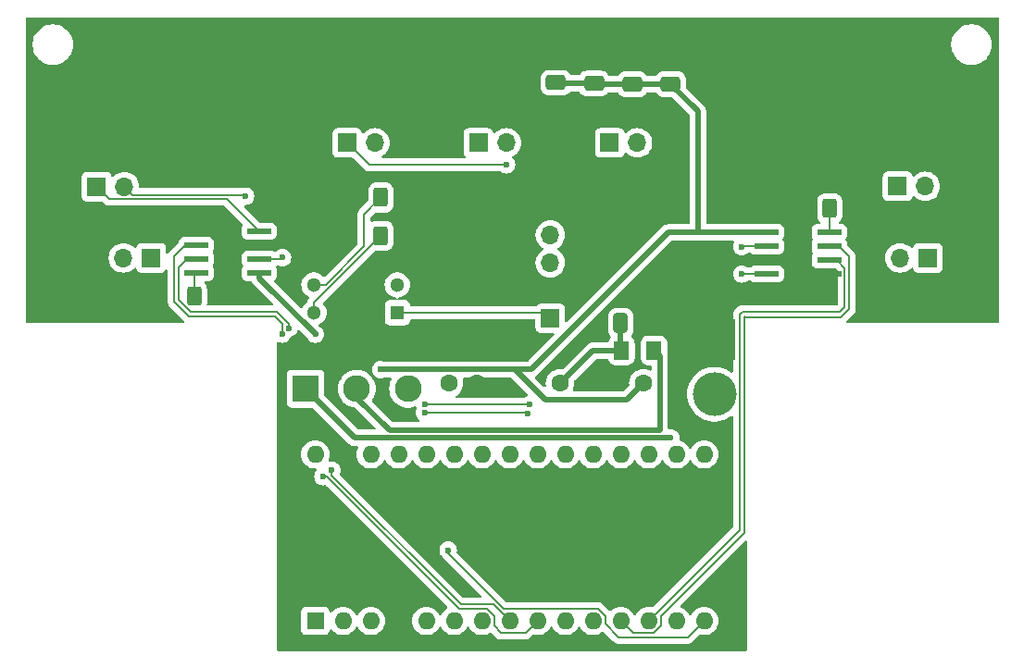
<source format=gtl>
G04 #@! TF.GenerationSoftware,KiCad,Pcbnew,8.0.4*
G04 #@! TF.CreationDate,2025-03-28T18:04:35-04:00*
G04 #@! TF.ProjectId,ballsi,62616c6c-7369-42e6-9b69-6361645f7063,rev?*
G04 #@! TF.SameCoordinates,Original*
G04 #@! TF.FileFunction,Copper,L1,Top*
G04 #@! TF.FilePolarity,Positive*
%FSLAX46Y46*%
G04 Gerber Fmt 4.6, Leading zero omitted, Abs format (unit mm)*
G04 Created by KiCad (PCBNEW 8.0.4) date 2025-03-28 18:04:35*
%MOMM*%
%LPD*%
G01*
G04 APERTURE LIST*
G04 Aperture macros list*
%AMRoundRect*
0 Rectangle with rounded corners*
0 $1 Rounding radius*
0 $2 $3 $4 $5 $6 $7 $8 $9 X,Y pos of 4 corners*
0 Add a 4 corners polygon primitive as box body*
4,1,4,$2,$3,$4,$5,$6,$7,$8,$9,$2,$3,0*
0 Add four circle primitives for the rounded corners*
1,1,$1+$1,$2,$3*
1,1,$1+$1,$4,$5*
1,1,$1+$1,$6,$7*
1,1,$1+$1,$8,$9*
0 Add four rect primitives between the rounded corners*
20,1,$1+$1,$2,$3,$4,$5,0*
20,1,$1+$1,$4,$5,$6,$7,0*
20,1,$1+$1,$6,$7,$8,$9,0*
20,1,$1+$1,$8,$9,$2,$3,0*%
G04 Aperture macros list end*
G04 #@! TA.AperFunction,ComponentPad*
%ADD10R,1.700000X1.700000*%
G04 #@! TD*
G04 #@! TA.AperFunction,ComponentPad*
%ADD11O,1.700000X1.700000*%
G04 #@! TD*
G04 #@! TA.AperFunction,ComponentPad*
%ADD12R,2.450000X2.450000*%
G04 #@! TD*
G04 #@! TA.AperFunction,ComponentPad*
%ADD13C,2.450000*%
G04 #@! TD*
G04 #@! TA.AperFunction,SMDPad,CuDef*
%ADD14R,2.209800X0.508000*%
G04 #@! TD*
G04 #@! TA.AperFunction,SMDPad,CuDef*
%ADD15R,2.387600X3.098800*%
G04 #@! TD*
G04 #@! TA.AperFunction,ComponentPad*
%ADD16C,1.600200*%
G04 #@! TD*
G04 #@! TA.AperFunction,ComponentPad*
%ADD17R,1.300000X1.300000*%
G04 #@! TD*
G04 #@! TA.AperFunction,ComponentPad*
%ADD18C,1.300000*%
G04 #@! TD*
G04 #@! TA.AperFunction,SMDPad,CuDef*
%ADD19RoundRect,0.250000X-0.400000X-0.625000X0.400000X-0.625000X0.400000X0.625000X-0.400000X0.625000X0*%
G04 #@! TD*
G04 #@! TA.AperFunction,SMDPad,CuDef*
%ADD20RoundRect,0.250000X0.400000X0.625000X-0.400000X0.625000X-0.400000X-0.625000X0.400000X-0.625000X0*%
G04 #@! TD*
G04 #@! TA.AperFunction,ComponentPad*
%ADD21R,3.800000X3.800000*%
G04 #@! TD*
G04 #@! TA.AperFunction,ComponentPad*
%ADD22C,4.000000*%
G04 #@! TD*
G04 #@! TA.AperFunction,SMDPad,CuDef*
%ADD23RoundRect,0.250001X-0.462499X-0.624999X0.462499X-0.624999X0.462499X0.624999X-0.462499X0.624999X0*%
G04 #@! TD*
G04 #@! TA.AperFunction,SMDPad,CuDef*
%ADD24RoundRect,0.250000X0.650000X-0.412500X0.650000X0.412500X-0.650000X0.412500X-0.650000X-0.412500X0*%
G04 #@! TD*
G04 #@! TA.AperFunction,SMDPad,CuDef*
%ADD25RoundRect,0.250000X-0.412500X-0.650000X0.412500X-0.650000X0.412500X0.650000X-0.412500X0.650000X0*%
G04 #@! TD*
G04 #@! TA.AperFunction,ComponentPad*
%ADD26R,1.600000X1.600000*%
G04 #@! TD*
G04 #@! TA.AperFunction,ComponentPad*
%ADD27O,1.600000X1.600000*%
G04 #@! TD*
G04 #@! TA.AperFunction,ViaPad*
%ADD28C,0.600000*%
G04 #@! TD*
G04 #@! TA.AperFunction,Conductor*
%ADD29C,0.200000*%
G04 #@! TD*
G04 #@! TA.AperFunction,Conductor*
%ADD30C,0.500000*%
G04 #@! TD*
G04 APERTURE END LIST*
D10*
X233525000Y-72525000D03*
D11*
X230985000Y-72525000D03*
X228445000Y-72525000D03*
D10*
X204420000Y-62000000D03*
D11*
X206960000Y-62000000D03*
X209500000Y-62000000D03*
D12*
X176600000Y-84500000D03*
D13*
X181300000Y-84500000D03*
X186000000Y-84500000D03*
D14*
X166624999Y-70095000D03*
X166624999Y-71365000D03*
X166624999Y-72635000D03*
X166624999Y-73905000D03*
X172375001Y-73905000D03*
X172375001Y-72635000D03*
X172375001Y-71365000D03*
X172375001Y-70095000D03*
D15*
X169500000Y-72000000D03*
D14*
X224500000Y-74000000D03*
X224500000Y-72730000D03*
X224500000Y-71460000D03*
X224500000Y-70190000D03*
X218749998Y-70190000D03*
X218749998Y-71460000D03*
X218749998Y-72730000D03*
X218749998Y-74000000D03*
D15*
X221624999Y-72095000D03*
D16*
X207500000Y-84000000D03*
X199880000Y-84000000D03*
X192260000Y-84000000D03*
X189720000Y-84000000D03*
D17*
X185000000Y-77540000D03*
D18*
X185000000Y-75000000D03*
X177380000Y-75000000D03*
X177380000Y-77540000D03*
D11*
X199000000Y-70420000D03*
X199000000Y-72960000D03*
X199000000Y-75500000D03*
D10*
X199000000Y-78040000D03*
D19*
X180400000Y-67000000D03*
X183500000Y-67000000D03*
X180400000Y-70500000D03*
X183500000Y-70500000D03*
X166450000Y-76000000D03*
X169550000Y-76000000D03*
D20*
X224550000Y-68000000D03*
X221450000Y-68000000D03*
D21*
X214000000Y-80000000D03*
D22*
X214000000Y-85000000D03*
D10*
X192420000Y-62000000D03*
D11*
X194960000Y-62000000D03*
X197500000Y-62000000D03*
D10*
X162500000Y-72525000D03*
D11*
X159960000Y-72525000D03*
X157420000Y-72525000D03*
D10*
X180420000Y-62000000D03*
D11*
X182960000Y-62000000D03*
X185500000Y-62000000D03*
X233290000Y-65975000D03*
D10*
X230750000Y-65975000D03*
X157500000Y-66000000D03*
D11*
X160040000Y-66000000D03*
D23*
X205500000Y-81000000D03*
X208475000Y-81000000D03*
D24*
X199500000Y-56500000D03*
X199500000Y-53375000D03*
X203000000Y-56562500D03*
X203000000Y-53437500D03*
X206500000Y-56625000D03*
X206500000Y-53500000D03*
X210000000Y-56625000D03*
X210000000Y-53500000D03*
D25*
X205437500Y-78500000D03*
X208562500Y-78500000D03*
D26*
X177500000Y-105740000D03*
D27*
X180040000Y-105740000D03*
X182580000Y-105740000D03*
X185120000Y-105740000D03*
X187660000Y-105740000D03*
X190200000Y-105740000D03*
X192740000Y-105740000D03*
X195280000Y-105740000D03*
X197820000Y-105740000D03*
X200360000Y-105740000D03*
X202900000Y-105740000D03*
X205440000Y-105740000D03*
X207980000Y-105740000D03*
X210520000Y-105740000D03*
X213060000Y-105740000D03*
X213060000Y-90500000D03*
X210520000Y-90500000D03*
X207980000Y-90500000D03*
X205440000Y-90500000D03*
X202900000Y-90500000D03*
X200360000Y-90500000D03*
X197820000Y-90500000D03*
X195280000Y-90500000D03*
X192740000Y-90500000D03*
X190200000Y-90500000D03*
X187660000Y-90500000D03*
X185120000Y-90500000D03*
X182580000Y-90500000D03*
X180040000Y-90500000D03*
X177500000Y-90500000D03*
D28*
X174500000Y-72500000D03*
X171119450Y-66880550D03*
X177500000Y-79500000D03*
X183500000Y-82749900D03*
X178206108Y-92537843D03*
X174475000Y-79500000D03*
X175100000Y-78948527D03*
X179000000Y-91937843D03*
X210000000Y-89000000D03*
X189650000Y-99261472D03*
X195000000Y-64000000D03*
X216500000Y-74000000D03*
X216500000Y-71500000D03*
X196966150Y-86751428D03*
X187500000Y-86700003D03*
X197072892Y-85958578D03*
X187500000Y-85900000D03*
D29*
X193780000Y-104240000D02*
X195280000Y-105740000D01*
X190805686Y-104240000D02*
X193780000Y-104240000D01*
X179000000Y-92434314D02*
X190805686Y-104240000D01*
X179000000Y-91937843D02*
X179000000Y-92434314D01*
X196720000Y-106840000D02*
X197820000Y-105740000D01*
X193840000Y-106195635D02*
X194484365Y-106840000D01*
X178537843Y-92537843D02*
X190640000Y-104640000D01*
X190640000Y-104640000D02*
X193195635Y-104640000D01*
X194484365Y-106840000D02*
X196720000Y-106840000D01*
X178206108Y-92537843D02*
X178537843Y-92537843D01*
X193195635Y-104640000D02*
X193840000Y-105284365D01*
X193840000Y-105284365D02*
X193840000Y-106195635D01*
D30*
X183500000Y-82749900D02*
X195000000Y-82749900D01*
D29*
X225188900Y-72730000D02*
X224500000Y-72730000D01*
X225904900Y-73446000D02*
X225188900Y-72730000D01*
X225904900Y-77062257D02*
X225904900Y-73446000D01*
X216865686Y-77465686D02*
X216900000Y-77500000D01*
X216534314Y-77465686D02*
X216865686Y-77465686D01*
X216300000Y-77700000D02*
X216534314Y-77465686D01*
X216300000Y-97420000D02*
X216300000Y-77700000D01*
X207980000Y-105740000D02*
X216300000Y-97420000D01*
X216900000Y-77500000D02*
X225467157Y-77500000D01*
X225467157Y-77500000D02*
X225904900Y-77062257D01*
X206540000Y-106840000D02*
X205440000Y-105740000D01*
X208435635Y-106840000D02*
X206540000Y-106840000D01*
X209080000Y-106195635D02*
X208435635Y-106840000D01*
X209080000Y-105284365D02*
X209080000Y-106195635D01*
X216700000Y-97664365D02*
X209080000Y-105284365D01*
X216700000Y-77865686D02*
X216700000Y-97664365D01*
X216834314Y-78000000D02*
X216700000Y-77865686D01*
X226304900Y-77227943D02*
X225532843Y-78000000D01*
X225350900Y-71460000D02*
X226304900Y-72414000D01*
X224500000Y-71460000D02*
X225350900Y-71460000D01*
X225532843Y-78000000D02*
X216834314Y-78000000D01*
X226304900Y-72414000D02*
X226304900Y-77227943D01*
X174500000Y-72500000D02*
X174365000Y-72635000D01*
X174365000Y-72635000D02*
X172375001Y-72635000D01*
D30*
X172375001Y-74375001D02*
X172375001Y-73905000D01*
X177500000Y-79500000D02*
X172375001Y-74375001D01*
D29*
X174475000Y-78540686D02*
X174475000Y-79500000D01*
X174467157Y-78532843D02*
X174500000Y-78565686D01*
X173834314Y-77900000D02*
X174467157Y-78532843D01*
X174467157Y-78532843D02*
X174475000Y-78540686D01*
X166140256Y-77500000D02*
X165000000Y-76359744D01*
X165774099Y-72635000D02*
X166624999Y-72635000D01*
X174000000Y-77500000D02*
X166140256Y-77500000D01*
X165000000Y-73409099D02*
X165774099Y-72635000D01*
X175100000Y-78600000D02*
X174000000Y-77500000D01*
X165000000Y-76359744D02*
X165000000Y-73409099D01*
X175100000Y-78948527D02*
X175100000Y-78600000D01*
X211560000Y-107240000D02*
X213060000Y-105740000D01*
X205240000Y-107240000D02*
X211560000Y-107240000D01*
X204000000Y-105284365D02*
X204000000Y-106000000D01*
X204000000Y-106000000D02*
X205240000Y-107240000D01*
X203355635Y-104640000D02*
X204000000Y-105284365D01*
X194745686Y-104640000D02*
X203355635Y-104640000D01*
X189650000Y-99544314D02*
X194745686Y-104640000D01*
X189650000Y-99261472D02*
X189650000Y-99544314D01*
D30*
X199562500Y-56562500D02*
X199500000Y-56500000D01*
X203000000Y-56562500D02*
X199562500Y-56562500D01*
X203062500Y-56625000D02*
X203000000Y-56562500D01*
X206500000Y-56625000D02*
X203062500Y-56625000D01*
X210000000Y-56625000D02*
X206500000Y-56625000D01*
X212500000Y-59125000D02*
X212500000Y-70190000D01*
X210000000Y-56625000D02*
X212500000Y-59125000D01*
D29*
X185000000Y-77540000D02*
X198500000Y-77540000D01*
X198500000Y-77540000D02*
X199000000Y-78040000D01*
X182420000Y-64000000D02*
X180420000Y-62000000D01*
X195000000Y-64000000D02*
X182420000Y-64000000D01*
X218749998Y-74000000D02*
X216500000Y-74000000D01*
X216540000Y-71460000D02*
X216500000Y-71500000D01*
X218749998Y-71460000D02*
X216540000Y-71460000D01*
X208030000Y-106195635D02*
X208030000Y-105205686D01*
X224500000Y-68050000D02*
X224550000Y-68000000D01*
X224500000Y-70190000D02*
X224500000Y-68050000D01*
D30*
X181100000Y-89000000D02*
X176600000Y-84500000D01*
X210000000Y-89000000D02*
X181100000Y-89000000D01*
X209000000Y-88300000D02*
X209000000Y-81525000D01*
X209000000Y-81525000D02*
X208475000Y-81000000D01*
X181300000Y-85300000D02*
X184300000Y-88300000D01*
X184300000Y-88300000D02*
X209000000Y-88300000D01*
X181300000Y-84500000D02*
X181300000Y-85300000D01*
D29*
X166450000Y-74079999D02*
X166624999Y-73905000D01*
X166450000Y-76000000D02*
X166450000Y-74079999D01*
X160790000Y-66750000D02*
X160040000Y-66000000D01*
X170988901Y-66750000D02*
X160790000Y-66750000D01*
X158650000Y-67150000D02*
X157500000Y-66000000D01*
X169430001Y-67150000D02*
X158650000Y-67150000D01*
X172375001Y-70095000D02*
X169430001Y-67150000D01*
D30*
X197250100Y-82749900D02*
X195000000Y-82749900D01*
X212500000Y-70190000D02*
X209810000Y-70190000D01*
X195000000Y-82749900D02*
X195749900Y-82749900D01*
X209810000Y-70190000D02*
X197250100Y-82749900D01*
X205437500Y-80937500D02*
X205500000Y-81000000D01*
X205437500Y-78500000D02*
X205437500Y-80937500D01*
X218749998Y-70190000D02*
X212500000Y-70190000D01*
X206000000Y-85500000D02*
X207500000Y-84000000D01*
X198500000Y-85500000D02*
X206000000Y-85500000D01*
X195749900Y-82749900D02*
X198500000Y-85500000D01*
D29*
X181967157Y-68532843D02*
X183500000Y-67000000D01*
X181967157Y-71467157D02*
X181967157Y-68532843D01*
X178434314Y-75000000D02*
X181967157Y-71467157D01*
X177380000Y-75000000D02*
X178434314Y-75000000D01*
X177380000Y-76620000D02*
X183500000Y-70500000D01*
X177380000Y-77540000D02*
X177380000Y-76620000D01*
D30*
X202880000Y-81000000D02*
X199880000Y-84000000D01*
X205500000Y-81000000D02*
X202880000Y-81000000D01*
D29*
X196914725Y-86700003D02*
X196966150Y-86751428D01*
X196000000Y-86700003D02*
X196914725Y-86700003D01*
X187500000Y-86700003D02*
X196000000Y-86700003D01*
X187558578Y-85958578D02*
X187500000Y-85900000D01*
X197072892Y-85958578D02*
X187558578Y-85958578D01*
X165974570Y-77900000D02*
X173834314Y-77900000D01*
X164600000Y-72400000D02*
X164600000Y-76525430D01*
X165635000Y-71365000D02*
X164600000Y-72400000D01*
X166624999Y-71365000D02*
X165635000Y-71365000D01*
X164600000Y-76525430D02*
X165974570Y-77900000D01*
G04 #@! TA.AperFunction,Conductor*
G36*
X195454709Y-83520085D02*
G01*
X195475351Y-83536719D01*
X196915736Y-84977104D01*
X196949221Y-85038427D01*
X196944237Y-85108119D01*
X196902365Y-85164052D01*
X196869010Y-85181826D01*
X196723372Y-85232787D01*
X196570628Y-85328763D01*
X196567795Y-85331023D01*
X196565616Y-85331912D01*
X196564734Y-85332467D01*
X196564636Y-85332312D01*
X196503109Y-85357433D01*
X196490480Y-85358078D01*
X190441268Y-85358078D01*
X190374229Y-85338393D01*
X190328474Y-85285589D01*
X190318530Y-85216431D01*
X190347555Y-85152875D01*
X190370145Y-85132503D01*
X190504499Y-85038427D01*
X190559203Y-85000123D01*
X190720123Y-84839203D01*
X190850655Y-84652784D01*
X190946833Y-84446531D01*
X191005733Y-84226710D01*
X191025568Y-84000000D01*
X191005733Y-83773290D01*
X190974438Y-83656493D01*
X190976101Y-83586643D01*
X191015264Y-83528781D01*
X191079493Y-83501277D01*
X191094213Y-83500400D01*
X194926082Y-83500400D01*
X195387670Y-83500400D01*
X195454709Y-83520085D01*
G37*
G04 #@! TD.AperFunction*
G04 #@! TA.AperFunction,Conductor*
G36*
X239942539Y-50520185D02*
G01*
X239988294Y-50572989D01*
X239999500Y-50624500D01*
X239999500Y-78375500D01*
X239979815Y-78442539D01*
X239927011Y-78488294D01*
X239875500Y-78499500D01*
X226181939Y-78499500D01*
X226114900Y-78479815D01*
X226069145Y-78427011D01*
X226059201Y-78357853D01*
X226088226Y-78294297D01*
X226094258Y-78287819D01*
X226241577Y-78140500D01*
X226663406Y-77718671D01*
X226663411Y-77718667D01*
X226673614Y-77708463D01*
X226673616Y-77708463D01*
X226785420Y-77596659D01*
X226864477Y-77459727D01*
X226905074Y-77308216D01*
X226905400Y-77307001D01*
X226905400Y-77148886D01*
X226905400Y-72524999D01*
X229629341Y-72524999D01*
X229629341Y-72525000D01*
X229649936Y-72760403D01*
X229649938Y-72760413D01*
X229711094Y-72988655D01*
X229711096Y-72988659D01*
X229711097Y-72988663D01*
X229795499Y-73169663D01*
X229810965Y-73202830D01*
X229810967Y-73202834D01*
X229880546Y-73302202D01*
X229946505Y-73396401D01*
X230113599Y-73563495D01*
X230204895Y-73627421D01*
X230307165Y-73699032D01*
X230307167Y-73699033D01*
X230307170Y-73699035D01*
X230521337Y-73798903D01*
X230749592Y-73860063D01*
X230926034Y-73875500D01*
X230984999Y-73880659D01*
X230985000Y-73880659D01*
X230985001Y-73880659D01*
X231043966Y-73875500D01*
X231220408Y-73860063D01*
X231448663Y-73798903D01*
X231662830Y-73699035D01*
X231856401Y-73563495D01*
X231978329Y-73441566D01*
X232039648Y-73408084D01*
X232109340Y-73413068D01*
X232165274Y-73454939D01*
X232182189Y-73485917D01*
X232231202Y-73617328D01*
X232231206Y-73617335D01*
X232317452Y-73732544D01*
X232317455Y-73732547D01*
X232432664Y-73818793D01*
X232432671Y-73818797D01*
X232567517Y-73869091D01*
X232567516Y-73869091D01*
X232574444Y-73869835D01*
X232627127Y-73875500D01*
X234422872Y-73875499D01*
X234482483Y-73869091D01*
X234617331Y-73818796D01*
X234732546Y-73732546D01*
X234818796Y-73617331D01*
X234869091Y-73482483D01*
X234875500Y-73422873D01*
X234875499Y-71627128D01*
X234869091Y-71567517D01*
X234867810Y-71564083D01*
X234818797Y-71432671D01*
X234818793Y-71432664D01*
X234732547Y-71317455D01*
X234732544Y-71317452D01*
X234617335Y-71231206D01*
X234617328Y-71231202D01*
X234482482Y-71180908D01*
X234482483Y-71180908D01*
X234422883Y-71174501D01*
X234422881Y-71174500D01*
X234422873Y-71174500D01*
X234422864Y-71174500D01*
X232627129Y-71174500D01*
X232627123Y-71174501D01*
X232567516Y-71180908D01*
X232432671Y-71231202D01*
X232432664Y-71231206D01*
X232317455Y-71317452D01*
X232317452Y-71317455D01*
X232231206Y-71432664D01*
X232231203Y-71432669D01*
X232182189Y-71564083D01*
X232140317Y-71620016D01*
X232074853Y-71644433D01*
X232006580Y-71629581D01*
X231978326Y-71608430D01*
X231856402Y-71486506D01*
X231856395Y-71486501D01*
X231662834Y-71350967D01*
X231662830Y-71350965D01*
X231598023Y-71320745D01*
X231448663Y-71251097D01*
X231448659Y-71251096D01*
X231448655Y-71251094D01*
X231220413Y-71189938D01*
X231220403Y-71189936D01*
X230985001Y-71169341D01*
X230984999Y-71169341D01*
X230749596Y-71189936D01*
X230749586Y-71189938D01*
X230521344Y-71251094D01*
X230521335Y-71251098D01*
X230307171Y-71350964D01*
X230307169Y-71350965D01*
X230113597Y-71486505D01*
X229946505Y-71653597D01*
X229810965Y-71847169D01*
X229810964Y-71847171D01*
X229711098Y-72061335D01*
X229711094Y-72061344D01*
X229649938Y-72289586D01*
X229649936Y-72289596D01*
X229629341Y-72524999D01*
X226905400Y-72524999D01*
X226905400Y-72503060D01*
X226905401Y-72503047D01*
X226905401Y-72334944D01*
X226905401Y-72334943D01*
X226864477Y-72182216D01*
X226856394Y-72168215D01*
X226785424Y-72045290D01*
X226785418Y-72045282D01*
X226141718Y-71401582D01*
X226108233Y-71340259D01*
X226105399Y-71313901D01*
X226105399Y-71158129D01*
X226105398Y-71158123D01*
X226104576Y-71150478D01*
X226098991Y-71098517D01*
X226098736Y-71097834D01*
X226048697Y-70963671D01*
X226048695Y-70963668D01*
X226033473Y-70943334D01*
X226000517Y-70899311D01*
X225976100Y-70833847D01*
X225990951Y-70765574D01*
X226000516Y-70750691D01*
X226048696Y-70686331D01*
X226098991Y-70551483D01*
X226105400Y-70491873D01*
X226105399Y-69888128D01*
X226098991Y-69828517D01*
X226097678Y-69824998D01*
X226048697Y-69693671D01*
X226048693Y-69693664D01*
X225962447Y-69578455D01*
X225962444Y-69578452D01*
X225847235Y-69492206D01*
X225847228Y-69492202D01*
X225712382Y-69441908D01*
X225712383Y-69441908D01*
X225652783Y-69435501D01*
X225652781Y-69435500D01*
X225652773Y-69435500D01*
X225652765Y-69435500D01*
X225499965Y-69435500D01*
X225432926Y-69415815D01*
X225387171Y-69363011D01*
X225377227Y-69293853D01*
X225406252Y-69230297D01*
X225413806Y-69223076D01*
X225413549Y-69222819D01*
X225446183Y-69190185D01*
X225542712Y-69093656D01*
X225634814Y-68944334D01*
X225689999Y-68777797D01*
X225700500Y-68675009D01*
X225700499Y-67324992D01*
X225692828Y-67249902D01*
X225689999Y-67222203D01*
X225689998Y-67222200D01*
X225665752Y-67149032D01*
X225634814Y-67055666D01*
X225542712Y-66906344D01*
X225418656Y-66782288D01*
X225269334Y-66690186D01*
X225102797Y-66635001D01*
X225102795Y-66635000D01*
X225000010Y-66624500D01*
X224099998Y-66624500D01*
X224099980Y-66624501D01*
X223997203Y-66635000D01*
X223997200Y-66635001D01*
X223830668Y-66690185D01*
X223830663Y-66690187D01*
X223681342Y-66782289D01*
X223557289Y-66906342D01*
X223465187Y-67055663D01*
X223465185Y-67055668D01*
X223461319Y-67067335D01*
X223410001Y-67222203D01*
X223410001Y-67222204D01*
X223410000Y-67222204D01*
X223399500Y-67324983D01*
X223399500Y-68675001D01*
X223399501Y-68675018D01*
X223410000Y-68777796D01*
X223410001Y-68777799D01*
X223428273Y-68832939D01*
X223465186Y-68944334D01*
X223551909Y-69084936D01*
X223557289Y-69093657D01*
X223686451Y-69222819D01*
X223684443Y-69224826D01*
X223717317Y-69271240D01*
X223720465Y-69341039D01*
X223685377Y-69401459D01*
X223623194Y-69433318D01*
X223600035Y-69435500D01*
X223347230Y-69435500D01*
X223347223Y-69435501D01*
X223287616Y-69441908D01*
X223152771Y-69492202D01*
X223152764Y-69492206D01*
X223037555Y-69578452D01*
X223037552Y-69578455D01*
X222951306Y-69693664D01*
X222951302Y-69693671D01*
X222901010Y-69828513D01*
X222901009Y-69828517D01*
X222894600Y-69888127D01*
X222894600Y-69888134D01*
X222894600Y-69888135D01*
X222894600Y-70491870D01*
X222894601Y-70491876D01*
X222901008Y-70551483D01*
X222951302Y-70686328D01*
X222951304Y-70686331D01*
X222999482Y-70750689D01*
X223023899Y-70816154D01*
X223009047Y-70884427D01*
X222999482Y-70899311D01*
X222951304Y-70963668D01*
X222951302Y-70963671D01*
X222901010Y-71098513D01*
X222901009Y-71098517D01*
X222894600Y-71158127D01*
X222894600Y-71158134D01*
X222894600Y-71158135D01*
X222894600Y-71761870D01*
X222894601Y-71761876D01*
X222901008Y-71821483D01*
X222951302Y-71956328D01*
X222951304Y-71956331D01*
X222999482Y-72020689D01*
X223023899Y-72086154D01*
X223009047Y-72154427D01*
X222999482Y-72169311D01*
X222951304Y-72233668D01*
X222951302Y-72233671D01*
X222901010Y-72368513D01*
X222901009Y-72368517D01*
X222894600Y-72428127D01*
X222894600Y-72428134D01*
X222894600Y-72428135D01*
X222894600Y-73031870D01*
X222894601Y-73031876D01*
X222901008Y-73091483D01*
X222951302Y-73226328D01*
X222951306Y-73226335D01*
X223037552Y-73341544D01*
X223037555Y-73341547D01*
X223152764Y-73427793D01*
X223152771Y-73427797D01*
X223287617Y-73478091D01*
X223287616Y-73478091D01*
X223294544Y-73478835D01*
X223347227Y-73484500D01*
X225042802Y-73484499D01*
X225109841Y-73504184D01*
X225130483Y-73520818D01*
X225268081Y-73658416D01*
X225301566Y-73719739D01*
X225304400Y-73746097D01*
X225304400Y-76762160D01*
X225284715Y-76829199D01*
X225268081Y-76849841D01*
X225254741Y-76863181D01*
X225193418Y-76896666D01*
X225167060Y-76899500D01*
X217089132Y-76899500D01*
X217057038Y-76895275D01*
X216944743Y-76865185D01*
X216786629Y-76865185D01*
X216779033Y-76865185D01*
X216779017Y-76865186D01*
X216620983Y-76865186D01*
X216620967Y-76865185D01*
X216613371Y-76865185D01*
X216455257Y-76865185D01*
X216375324Y-76886603D01*
X216302530Y-76906108D01*
X216258125Y-76931746D01*
X216258124Y-76931745D01*
X216165601Y-76985163D01*
X216165596Y-76985167D01*
X215819479Y-77331284D01*
X215797613Y-77369158D01*
X215788371Y-77385167D01*
X215750556Y-77450663D01*
X215745324Y-77459727D01*
X215740423Y-77468215D01*
X215699499Y-77620943D01*
X215699499Y-77620945D01*
X215699499Y-77789046D01*
X215699500Y-77789059D01*
X215699500Y-82900606D01*
X215679815Y-82967645D01*
X215627011Y-83013400D01*
X215557853Y-83023344D01*
X215502615Y-83000924D01*
X215342495Y-82884591D01*
X215342488Y-82884586D01*
X215342484Y-82884584D01*
X215066766Y-82733006D01*
X215066763Y-82733004D01*
X215066758Y-82733002D01*
X215066757Y-82733001D01*
X214774228Y-82617181D01*
X214774225Y-82617180D01*
X214469476Y-82538934D01*
X214469463Y-82538932D01*
X214157329Y-82499500D01*
X214157318Y-82499500D01*
X213842682Y-82499500D01*
X213842670Y-82499500D01*
X213530536Y-82538932D01*
X213530523Y-82538934D01*
X213225774Y-82617180D01*
X213225771Y-82617181D01*
X212933242Y-82733001D01*
X212933241Y-82733002D01*
X212657516Y-82884584D01*
X212657504Y-82884591D01*
X212402978Y-83069515D01*
X212402968Y-83069523D01*
X212173608Y-83284907D01*
X212173606Y-83284909D01*
X211973054Y-83527334D01*
X211973051Y-83527338D01*
X211804464Y-83792990D01*
X211804461Y-83792996D01*
X211670499Y-84077678D01*
X211670497Y-84077683D01*
X211573270Y-84376916D01*
X211514311Y-84685988D01*
X211514310Y-84685995D01*
X211494556Y-84999994D01*
X211494556Y-85000005D01*
X211514310Y-85314004D01*
X211514311Y-85314011D01*
X211514312Y-85314015D01*
X211555468Y-85529765D01*
X211573270Y-85623083D01*
X211670497Y-85922316D01*
X211670499Y-85922321D01*
X211804461Y-86207003D01*
X211804464Y-86207009D01*
X211973051Y-86472661D01*
X211973054Y-86472665D01*
X212173606Y-86715090D01*
X212173608Y-86715092D01*
X212173610Y-86715094D01*
X212348427Y-86879258D01*
X212402968Y-86930476D01*
X212402978Y-86930484D01*
X212657504Y-87115408D01*
X212657509Y-87115410D01*
X212657516Y-87115416D01*
X212933234Y-87266994D01*
X212933239Y-87266996D01*
X212933241Y-87266997D01*
X212933242Y-87266998D01*
X213225771Y-87382818D01*
X213225774Y-87382819D01*
X213509067Y-87455556D01*
X213530527Y-87461066D01*
X213592018Y-87468834D01*
X213842670Y-87500499D01*
X213842679Y-87500499D01*
X213842682Y-87500500D01*
X213842684Y-87500500D01*
X214157316Y-87500500D01*
X214157318Y-87500500D01*
X214157321Y-87500499D01*
X214157329Y-87500499D01*
X214343593Y-87476968D01*
X214469473Y-87461066D01*
X214774225Y-87382819D01*
X214871521Y-87344297D01*
X215066757Y-87266998D01*
X215066758Y-87266997D01*
X215066756Y-87266997D01*
X215066766Y-87266994D01*
X215342484Y-87115416D01*
X215344395Y-87114027D01*
X215502615Y-86999075D01*
X215568421Y-86975595D01*
X215636475Y-86991420D01*
X215685170Y-87041526D01*
X215699500Y-87099393D01*
X215699500Y-97119902D01*
X215679815Y-97186941D01*
X215663181Y-97207583D01*
X208422705Y-104448058D01*
X208361382Y-104481543D01*
X208302931Y-104480152D01*
X208297019Y-104478568D01*
X208288154Y-104476192D01*
X208206697Y-104454366D01*
X208206693Y-104454365D01*
X208206692Y-104454365D01*
X208206691Y-104454364D01*
X208206686Y-104454364D01*
X207980002Y-104434532D01*
X207979998Y-104434532D01*
X207753313Y-104454364D01*
X207753302Y-104454366D01*
X207533511Y-104513258D01*
X207533502Y-104513261D01*
X207327267Y-104609431D01*
X207327265Y-104609432D01*
X207140858Y-104739954D01*
X206979954Y-104900858D01*
X206849432Y-105087265D01*
X206849431Y-105087267D01*
X206822382Y-105145275D01*
X206776209Y-105197714D01*
X206709016Y-105216866D01*
X206642135Y-105196650D01*
X206597618Y-105145275D01*
X206570568Y-105087267D01*
X206570567Y-105087265D01*
X206440045Y-104900858D01*
X206279141Y-104739954D01*
X206092734Y-104609432D01*
X206092732Y-104609431D01*
X205886497Y-104513261D01*
X205886488Y-104513258D01*
X205666697Y-104454366D01*
X205666693Y-104454365D01*
X205666692Y-104454365D01*
X205666691Y-104454364D01*
X205666686Y-104454364D01*
X205440002Y-104434532D01*
X205439998Y-104434532D01*
X205213313Y-104454364D01*
X205213302Y-104454366D01*
X204993511Y-104513258D01*
X204993502Y-104513261D01*
X204787267Y-104609431D01*
X204787265Y-104609432D01*
X204600861Y-104739952D01*
X204540521Y-104800291D01*
X204479197Y-104833775D01*
X204409506Y-104828789D01*
X204365160Y-104800289D01*
X203843225Y-104278355D01*
X203843223Y-104278352D01*
X203724352Y-104159481D01*
X203724351Y-104159480D01*
X203637539Y-104109360D01*
X203637539Y-104109359D01*
X203637535Y-104109358D01*
X203587420Y-104080423D01*
X203434692Y-104039499D01*
X203276578Y-104039499D01*
X203268982Y-104039499D01*
X203268966Y-104039500D01*
X195045783Y-104039500D01*
X194978744Y-104019815D01*
X194958102Y-104003181D01*
X190473571Y-99518650D01*
X190440086Y-99457327D01*
X190438032Y-99417085D01*
X190455565Y-99261474D01*
X190455565Y-99261468D01*
X190435369Y-99082222D01*
X190435368Y-99082217D01*
X190375788Y-98911948D01*
X190279815Y-98759209D01*
X190152262Y-98631656D01*
X189999523Y-98535683D01*
X189829254Y-98476103D01*
X189829249Y-98476102D01*
X189650004Y-98455907D01*
X189649996Y-98455907D01*
X189470750Y-98476102D01*
X189470745Y-98476103D01*
X189300476Y-98535683D01*
X189147737Y-98631656D01*
X189020184Y-98759209D01*
X188924211Y-98911948D01*
X188864631Y-99082217D01*
X188864630Y-99082222D01*
X188844435Y-99261468D01*
X188844435Y-99261475D01*
X188864630Y-99440721D01*
X188864631Y-99440726D01*
X188924211Y-99610995D01*
X188992348Y-99719433D01*
X189020184Y-99763734D01*
X189147738Y-99891288D01*
X189148928Y-99892237D01*
X189163715Y-99907302D01*
X189163734Y-99907284D01*
X189288349Y-100031899D01*
X189288355Y-100031904D01*
X192684270Y-103427819D01*
X192717755Y-103489142D01*
X192712771Y-103558834D01*
X192670899Y-103614767D01*
X192605435Y-103639184D01*
X192596589Y-103639500D01*
X191105783Y-103639500D01*
X191038744Y-103619815D01*
X191018102Y-103603181D01*
X179774790Y-92359869D01*
X179741305Y-92298546D01*
X179745429Y-92231234D01*
X179785368Y-92117098D01*
X179794553Y-92035578D01*
X179805565Y-91937846D01*
X179805565Y-91937839D01*
X179785369Y-91758593D01*
X179785368Y-91758588D01*
X179774224Y-91726741D01*
X179725789Y-91588321D01*
X179629816Y-91435581D01*
X179502262Y-91308027D01*
X179349523Y-91212054D01*
X179179254Y-91152474D01*
X179179249Y-91152473D01*
X179000004Y-91132278D01*
X178999996Y-91132278D01*
X178839853Y-91150321D01*
X178771031Y-91138266D01*
X178719652Y-91090917D01*
X178702028Y-91023307D01*
X178713587Y-90974698D01*
X178726739Y-90946496D01*
X178785635Y-90726692D01*
X178805468Y-90500000D01*
X178785635Y-90273308D01*
X178726739Y-90053504D01*
X178630568Y-89847266D01*
X178500047Y-89660861D01*
X178500045Y-89660858D01*
X178339141Y-89499954D01*
X178152734Y-89369432D01*
X178152732Y-89369431D01*
X177946497Y-89273261D01*
X177946488Y-89273258D01*
X177726697Y-89214366D01*
X177726693Y-89214365D01*
X177726692Y-89214365D01*
X177726691Y-89214364D01*
X177726686Y-89214364D01*
X177500002Y-89194532D01*
X177499998Y-89194532D01*
X177273313Y-89214364D01*
X177273302Y-89214366D01*
X177053511Y-89273258D01*
X177053502Y-89273261D01*
X176847267Y-89369431D01*
X176847265Y-89369432D01*
X176660858Y-89499954D01*
X176499954Y-89660858D01*
X176369432Y-89847265D01*
X176369431Y-89847267D01*
X176273261Y-90053502D01*
X176273258Y-90053511D01*
X176214366Y-90273302D01*
X176214364Y-90273313D01*
X176194532Y-90499998D01*
X176194532Y-90500001D01*
X176214364Y-90726686D01*
X176214366Y-90726697D01*
X176273258Y-90946488D01*
X176273261Y-90946497D01*
X176369431Y-91152732D01*
X176369432Y-91152734D01*
X176499954Y-91339141D01*
X176660858Y-91500045D01*
X176660861Y-91500047D01*
X176847266Y-91630568D01*
X177053504Y-91726739D01*
X177273308Y-91785635D01*
X177435230Y-91799801D01*
X177499998Y-91805468D01*
X177505414Y-91805468D01*
X177505414Y-91807608D01*
X177564841Y-91819523D01*
X177615046Y-91868115D01*
X177631011Y-91936136D01*
X177607666Y-92001991D01*
X177594882Y-92016990D01*
X177576293Y-92035578D01*
X177576292Y-92035580D01*
X177480319Y-92188319D01*
X177420739Y-92358588D01*
X177420738Y-92358593D01*
X177400543Y-92537839D01*
X177400543Y-92537846D01*
X177420738Y-92717092D01*
X177420739Y-92717097D01*
X177480319Y-92887366D01*
X177576292Y-93040105D01*
X177703846Y-93167659D01*
X177856586Y-93263632D01*
X177961209Y-93300241D01*
X178026853Y-93323211D01*
X178026858Y-93323212D01*
X178206104Y-93343408D01*
X178206108Y-93343408D01*
X178206112Y-93343408D01*
X178385354Y-93323212D01*
X178385353Y-93323212D01*
X178385363Y-93323211D01*
X178385371Y-93323207D01*
X178390678Y-93321997D01*
X178460418Y-93326261D01*
X178505968Y-93355203D01*
X189568009Y-104417245D01*
X189601494Y-104478568D01*
X189596510Y-104548260D01*
X189554638Y-104604193D01*
X189551451Y-104606501D01*
X189360858Y-104739954D01*
X189199954Y-104900858D01*
X189069432Y-105087265D01*
X189069431Y-105087267D01*
X189042382Y-105145275D01*
X188996209Y-105197714D01*
X188929016Y-105216866D01*
X188862135Y-105196650D01*
X188817618Y-105145275D01*
X188790568Y-105087267D01*
X188790567Y-105087265D01*
X188660045Y-104900858D01*
X188499141Y-104739954D01*
X188312734Y-104609432D01*
X188312732Y-104609431D01*
X188106497Y-104513261D01*
X188106488Y-104513258D01*
X187886697Y-104454366D01*
X187886693Y-104454365D01*
X187886692Y-104454365D01*
X187886691Y-104454364D01*
X187886686Y-104454364D01*
X187660002Y-104434532D01*
X187659998Y-104434532D01*
X187433313Y-104454364D01*
X187433302Y-104454366D01*
X187213511Y-104513258D01*
X187213502Y-104513261D01*
X187007267Y-104609431D01*
X187007265Y-104609432D01*
X186820858Y-104739954D01*
X186659954Y-104900858D01*
X186529432Y-105087265D01*
X186529431Y-105087267D01*
X186433261Y-105293502D01*
X186433258Y-105293511D01*
X186374366Y-105513302D01*
X186374364Y-105513313D01*
X186354532Y-105739998D01*
X186354532Y-105740001D01*
X186374364Y-105966686D01*
X186374366Y-105966697D01*
X186433258Y-106186488D01*
X186433261Y-106186497D01*
X186529431Y-106392732D01*
X186529432Y-106392734D01*
X186659954Y-106579141D01*
X186820858Y-106740045D01*
X186820861Y-106740047D01*
X187007266Y-106870568D01*
X187213504Y-106966739D01*
X187433308Y-107025635D01*
X187595230Y-107039801D01*
X187659998Y-107045468D01*
X187660000Y-107045468D01*
X187660002Y-107045468D01*
X187716807Y-107040498D01*
X187886692Y-107025635D01*
X188106496Y-106966739D01*
X188312734Y-106870568D01*
X188499139Y-106740047D01*
X188660047Y-106579139D01*
X188790568Y-106392734D01*
X188817618Y-106334724D01*
X188863790Y-106282285D01*
X188930983Y-106263133D01*
X188997865Y-106283348D01*
X189042382Y-106334725D01*
X189069429Y-106392728D01*
X189069432Y-106392734D01*
X189199954Y-106579141D01*
X189360858Y-106740045D01*
X189360861Y-106740047D01*
X189547266Y-106870568D01*
X189753504Y-106966739D01*
X189973308Y-107025635D01*
X190135230Y-107039801D01*
X190199998Y-107045468D01*
X190200000Y-107045468D01*
X190200002Y-107045468D01*
X190256807Y-107040498D01*
X190426692Y-107025635D01*
X190646496Y-106966739D01*
X190852734Y-106870568D01*
X191039139Y-106740047D01*
X191200047Y-106579139D01*
X191330568Y-106392734D01*
X191357618Y-106334724D01*
X191403790Y-106282285D01*
X191470983Y-106263133D01*
X191537865Y-106283348D01*
X191582382Y-106334725D01*
X191609429Y-106392728D01*
X191609432Y-106392734D01*
X191739954Y-106579141D01*
X191900858Y-106740045D01*
X191900861Y-106740047D01*
X192087266Y-106870568D01*
X192293504Y-106966739D01*
X192513308Y-107025635D01*
X192675230Y-107039801D01*
X192739998Y-107045468D01*
X192740000Y-107045468D01*
X192740002Y-107045468D01*
X192796807Y-107040498D01*
X192966692Y-107025635D01*
X193186496Y-106966739D01*
X193392734Y-106870568D01*
X193468051Y-106817830D01*
X193534255Y-106795504D01*
X193602023Y-106812514D01*
X193626854Y-106831725D01*
X194115649Y-107320520D01*
X194115651Y-107320521D01*
X194115655Y-107320524D01*
X194252574Y-107399573D01*
X194252581Y-107399577D01*
X194405308Y-107440501D01*
X194405310Y-107440501D01*
X194571019Y-107440501D01*
X194571035Y-107440500D01*
X196633331Y-107440500D01*
X196633347Y-107440501D01*
X196640943Y-107440501D01*
X196799054Y-107440501D01*
X196799057Y-107440501D01*
X196951785Y-107399577D01*
X197001904Y-107370639D01*
X197088716Y-107320520D01*
X197200520Y-107208716D01*
X197200520Y-107208714D01*
X197210728Y-107198507D01*
X197210730Y-107198504D01*
X197377294Y-107031939D01*
X197438615Y-106998456D01*
X197497066Y-106999847D01*
X197516604Y-107005082D01*
X197593308Y-107025635D01*
X197755230Y-107039801D01*
X197819998Y-107045468D01*
X197820000Y-107045468D01*
X197820002Y-107045468D01*
X197876807Y-107040498D01*
X198046692Y-107025635D01*
X198266496Y-106966739D01*
X198472734Y-106870568D01*
X198659139Y-106740047D01*
X198820047Y-106579139D01*
X198950568Y-106392734D01*
X198977618Y-106334724D01*
X199023790Y-106282285D01*
X199090983Y-106263133D01*
X199157865Y-106283348D01*
X199202382Y-106334725D01*
X199229429Y-106392728D01*
X199229432Y-106392734D01*
X199359954Y-106579141D01*
X199520858Y-106740045D01*
X199520861Y-106740047D01*
X199707266Y-106870568D01*
X199913504Y-106966739D01*
X200133308Y-107025635D01*
X200295230Y-107039801D01*
X200359998Y-107045468D01*
X200360000Y-107045468D01*
X200360002Y-107045468D01*
X200416807Y-107040498D01*
X200586692Y-107025635D01*
X200806496Y-106966739D01*
X201012734Y-106870568D01*
X201199139Y-106740047D01*
X201360047Y-106579139D01*
X201490568Y-106392734D01*
X201517618Y-106334724D01*
X201563790Y-106282285D01*
X201630983Y-106263133D01*
X201697865Y-106283348D01*
X201742382Y-106334725D01*
X201769429Y-106392728D01*
X201769432Y-106392734D01*
X201899954Y-106579141D01*
X202060858Y-106740045D01*
X202060861Y-106740047D01*
X202247266Y-106870568D01*
X202453504Y-106966739D01*
X202673308Y-107025635D01*
X202835230Y-107039801D01*
X202899998Y-107045468D01*
X202900000Y-107045468D01*
X202900002Y-107045468D01*
X202956807Y-107040498D01*
X203126692Y-107025635D01*
X203346496Y-106966739D01*
X203552734Y-106870568D01*
X203739139Y-106740047D01*
X203739143Y-106740042D01*
X203743116Y-106737261D01*
X203809322Y-106714934D01*
X203877089Y-106731944D01*
X203901920Y-106751155D01*
X204755139Y-107604374D01*
X204755149Y-107604385D01*
X204759479Y-107608715D01*
X204759480Y-107608716D01*
X204871284Y-107720520D01*
X204958095Y-107770639D01*
X204958097Y-107770641D01*
X204996151Y-107792611D01*
X205008215Y-107799577D01*
X205160943Y-107840501D01*
X205160946Y-107840501D01*
X205326653Y-107840501D01*
X205326669Y-107840500D01*
X211473331Y-107840500D01*
X211473347Y-107840501D01*
X211480943Y-107840501D01*
X211639054Y-107840501D01*
X211639057Y-107840501D01*
X211791785Y-107799577D01*
X211841904Y-107770639D01*
X211928716Y-107720520D01*
X212040520Y-107608716D01*
X212040520Y-107608714D01*
X212050728Y-107598507D01*
X212050730Y-107598504D01*
X212617294Y-107031939D01*
X212678615Y-106998456D01*
X212737066Y-106999847D01*
X212756604Y-107005082D01*
X212833308Y-107025635D01*
X212995230Y-107039801D01*
X213059998Y-107045468D01*
X213060000Y-107045468D01*
X213060002Y-107045468D01*
X213116807Y-107040498D01*
X213286692Y-107025635D01*
X213506496Y-106966739D01*
X213712734Y-106870568D01*
X213899139Y-106740047D01*
X214060047Y-106579139D01*
X214190568Y-106392734D01*
X214286739Y-106186496D01*
X214345635Y-105966692D01*
X214365468Y-105740000D01*
X214345635Y-105513308D01*
X214286739Y-105293504D01*
X214190568Y-105087266D01*
X214060047Y-104900861D01*
X214060045Y-104900858D01*
X213899141Y-104739954D01*
X213712734Y-104609432D01*
X213712732Y-104609431D01*
X213506497Y-104513261D01*
X213506488Y-104513258D01*
X213286697Y-104454366D01*
X213286693Y-104454365D01*
X213286692Y-104454365D01*
X213286691Y-104454364D01*
X213286686Y-104454364D01*
X213060002Y-104434532D01*
X213059998Y-104434532D01*
X212833313Y-104454364D01*
X212833302Y-104454366D01*
X212613511Y-104513258D01*
X212613502Y-104513261D01*
X212407267Y-104609431D01*
X212407265Y-104609432D01*
X212220858Y-104739954D01*
X212059954Y-104900858D01*
X211929432Y-105087265D01*
X211929431Y-105087267D01*
X211902382Y-105145275D01*
X211856209Y-105197714D01*
X211789016Y-105216866D01*
X211722135Y-105196650D01*
X211677618Y-105145275D01*
X211650568Y-105087267D01*
X211650567Y-105087265D01*
X211520045Y-104900858D01*
X211359141Y-104739954D01*
X211172734Y-104609432D01*
X211172732Y-104609431D01*
X210966497Y-104513261D01*
X210966485Y-104513257D01*
X210964032Y-104512600D01*
X210963072Y-104512015D01*
X210961402Y-104511407D01*
X210961524Y-104511071D01*
X210904374Y-104476231D01*
X210873849Y-104413382D01*
X210882148Y-104344007D01*
X210908449Y-104305149D01*
X216787821Y-98425778D01*
X216849142Y-98392295D01*
X216918834Y-98397279D01*
X216974767Y-98439151D01*
X216999184Y-98504615D01*
X216999500Y-98513461D01*
X216999500Y-108375500D01*
X216979815Y-108442539D01*
X216927011Y-108488294D01*
X216875500Y-108499500D01*
X174124500Y-108499500D01*
X174057461Y-108479815D01*
X174011706Y-108427011D01*
X174000500Y-108375500D01*
X174000500Y-104892135D01*
X176199500Y-104892135D01*
X176199500Y-106587870D01*
X176199501Y-106587876D01*
X176205908Y-106647483D01*
X176256202Y-106782328D01*
X176256206Y-106782335D01*
X176342452Y-106897544D01*
X176342455Y-106897547D01*
X176457664Y-106983793D01*
X176457671Y-106983797D01*
X176592517Y-107034091D01*
X176592516Y-107034091D01*
X176599444Y-107034835D01*
X176652127Y-107040500D01*
X178347872Y-107040499D01*
X178407483Y-107034091D01*
X178542331Y-106983796D01*
X178657546Y-106897546D01*
X178743796Y-106782331D01*
X178794091Y-106647483D01*
X178797862Y-106612401D01*
X178824599Y-106547855D01*
X178881990Y-106508006D01*
X178951816Y-106505511D01*
X179011905Y-106541163D01*
X179022726Y-106554536D01*
X179039956Y-106579143D01*
X179200858Y-106740045D01*
X179200861Y-106740047D01*
X179387266Y-106870568D01*
X179593504Y-106966739D01*
X179813308Y-107025635D01*
X179975230Y-107039801D01*
X180039998Y-107045468D01*
X180040000Y-107045468D01*
X180040002Y-107045468D01*
X180096807Y-107040498D01*
X180266692Y-107025635D01*
X180486496Y-106966739D01*
X180692734Y-106870568D01*
X180879139Y-106740047D01*
X181040047Y-106579139D01*
X181170568Y-106392734D01*
X181197618Y-106334724D01*
X181243790Y-106282285D01*
X181310983Y-106263133D01*
X181377865Y-106283348D01*
X181422382Y-106334725D01*
X181449429Y-106392728D01*
X181449432Y-106392734D01*
X181579954Y-106579141D01*
X181740858Y-106740045D01*
X181740861Y-106740047D01*
X181927266Y-106870568D01*
X182133504Y-106966739D01*
X182353308Y-107025635D01*
X182515230Y-107039801D01*
X182579998Y-107045468D01*
X182580000Y-107045468D01*
X182580002Y-107045468D01*
X182636807Y-107040498D01*
X182806692Y-107025635D01*
X183026496Y-106966739D01*
X183232734Y-106870568D01*
X183419139Y-106740047D01*
X183580047Y-106579139D01*
X183710568Y-106392734D01*
X183806739Y-106186496D01*
X183865635Y-105966692D01*
X183885468Y-105740000D01*
X183865635Y-105513308D01*
X183806739Y-105293504D01*
X183710568Y-105087266D01*
X183580047Y-104900861D01*
X183580045Y-104900858D01*
X183419141Y-104739954D01*
X183232734Y-104609432D01*
X183232732Y-104609431D01*
X183026497Y-104513261D01*
X183026488Y-104513258D01*
X182806697Y-104454366D01*
X182806693Y-104454365D01*
X182806692Y-104454365D01*
X182806691Y-104454364D01*
X182806686Y-104454364D01*
X182580002Y-104434532D01*
X182579998Y-104434532D01*
X182353313Y-104454364D01*
X182353302Y-104454366D01*
X182133511Y-104513258D01*
X182133502Y-104513261D01*
X181927267Y-104609431D01*
X181927265Y-104609432D01*
X181740858Y-104739954D01*
X181579954Y-104900858D01*
X181449432Y-105087265D01*
X181449431Y-105087267D01*
X181422382Y-105145275D01*
X181376209Y-105197714D01*
X181309016Y-105216866D01*
X181242135Y-105196650D01*
X181197618Y-105145275D01*
X181170568Y-105087267D01*
X181170567Y-105087265D01*
X181040045Y-104900858D01*
X180879141Y-104739954D01*
X180692734Y-104609432D01*
X180692732Y-104609431D01*
X180486497Y-104513261D01*
X180486488Y-104513258D01*
X180266697Y-104454366D01*
X180266693Y-104454365D01*
X180266692Y-104454365D01*
X180266691Y-104454364D01*
X180266686Y-104454364D01*
X180040002Y-104434532D01*
X180039998Y-104434532D01*
X179813313Y-104454364D01*
X179813302Y-104454366D01*
X179593511Y-104513258D01*
X179593502Y-104513261D01*
X179387267Y-104609431D01*
X179387265Y-104609432D01*
X179200858Y-104739954D01*
X179039954Y-104900858D01*
X179022725Y-104925464D01*
X178968147Y-104969088D01*
X178898648Y-104976280D01*
X178836294Y-104944757D01*
X178800882Y-104884526D01*
X178797861Y-104867591D01*
X178794091Y-104832516D01*
X178743797Y-104697671D01*
X178743793Y-104697664D01*
X178657547Y-104582455D01*
X178657544Y-104582452D01*
X178542335Y-104496206D01*
X178542328Y-104496202D01*
X178407482Y-104445908D01*
X178407483Y-104445908D01*
X178347883Y-104439501D01*
X178347881Y-104439500D01*
X178347873Y-104439500D01*
X178347864Y-104439500D01*
X176652129Y-104439500D01*
X176652123Y-104439501D01*
X176592516Y-104445908D01*
X176457671Y-104496202D01*
X176457664Y-104496206D01*
X176342455Y-104582452D01*
X176342452Y-104582455D01*
X176256206Y-104697664D01*
X176256202Y-104697671D01*
X176205908Y-104832517D01*
X176199501Y-104892116D01*
X176199500Y-104892135D01*
X174000500Y-104892135D01*
X174000500Y-83227135D01*
X174874500Y-83227135D01*
X174874500Y-85772870D01*
X174874501Y-85772876D01*
X174880908Y-85832483D01*
X174931202Y-85967328D01*
X174931206Y-85967335D01*
X175017452Y-86082544D01*
X175017455Y-86082547D01*
X175132664Y-86168793D01*
X175132671Y-86168797D01*
X175267517Y-86219091D01*
X175267516Y-86219091D01*
X175274444Y-86219835D01*
X175327127Y-86225500D01*
X177212769Y-86225499D01*
X177279808Y-86245184D01*
X177300450Y-86261818D01*
X180621586Y-89582954D01*
X180651932Y-89603229D01*
X180667106Y-89613368D01*
X180744505Y-89665084D01*
X180881087Y-89721658D01*
X180881091Y-89721658D01*
X180881092Y-89721659D01*
X181026079Y-89750500D01*
X181026082Y-89750500D01*
X181026083Y-89750500D01*
X181173917Y-89750500D01*
X181299913Y-89750500D01*
X181366952Y-89770185D01*
X181412707Y-89822989D01*
X181422651Y-89892147D01*
X181412295Y-89926904D01*
X181353263Y-90053497D01*
X181353258Y-90053511D01*
X181294366Y-90273302D01*
X181294364Y-90273313D01*
X181274532Y-90499998D01*
X181274532Y-90500001D01*
X181294364Y-90726686D01*
X181294366Y-90726697D01*
X181353258Y-90946488D01*
X181353261Y-90946497D01*
X181449431Y-91152732D01*
X181449432Y-91152734D01*
X181579954Y-91339141D01*
X181740858Y-91500045D01*
X181740861Y-91500047D01*
X181927266Y-91630568D01*
X182133504Y-91726739D01*
X182353308Y-91785635D01*
X182515230Y-91799801D01*
X182579998Y-91805468D01*
X182580000Y-91805468D01*
X182580002Y-91805468D01*
X182636673Y-91800509D01*
X182806692Y-91785635D01*
X183026496Y-91726739D01*
X183232734Y-91630568D01*
X183419139Y-91500047D01*
X183580047Y-91339139D01*
X183710568Y-91152734D01*
X183737618Y-91094724D01*
X183783790Y-91042285D01*
X183850983Y-91023133D01*
X183917865Y-91043348D01*
X183962382Y-91094725D01*
X183989429Y-91152728D01*
X183989432Y-91152734D01*
X184119954Y-91339141D01*
X184280858Y-91500045D01*
X184280861Y-91500047D01*
X184467266Y-91630568D01*
X184673504Y-91726739D01*
X184893308Y-91785635D01*
X185055230Y-91799801D01*
X185119998Y-91805468D01*
X185120000Y-91805468D01*
X185120002Y-91805468D01*
X185176673Y-91800509D01*
X185346692Y-91785635D01*
X185566496Y-91726739D01*
X185772734Y-91630568D01*
X185959139Y-91500047D01*
X186120047Y-91339139D01*
X186250568Y-91152734D01*
X186277618Y-91094724D01*
X186323790Y-91042285D01*
X186390983Y-91023133D01*
X186457865Y-91043348D01*
X186502382Y-91094725D01*
X186529429Y-91152728D01*
X186529432Y-91152734D01*
X186659954Y-91339141D01*
X186820858Y-91500045D01*
X186820861Y-91500047D01*
X187007266Y-91630568D01*
X187213504Y-91726739D01*
X187433308Y-91785635D01*
X187595230Y-91799801D01*
X187659998Y-91805468D01*
X187660000Y-91805468D01*
X187660002Y-91805468D01*
X187716673Y-91800509D01*
X187886692Y-91785635D01*
X188106496Y-91726739D01*
X188312734Y-91630568D01*
X188499139Y-91500047D01*
X188660047Y-91339139D01*
X188790568Y-91152734D01*
X188817618Y-91094724D01*
X188863790Y-91042285D01*
X188930983Y-91023133D01*
X188997865Y-91043348D01*
X189042382Y-91094725D01*
X189069429Y-91152728D01*
X189069432Y-91152734D01*
X189199954Y-91339141D01*
X189360858Y-91500045D01*
X189360861Y-91500047D01*
X189547266Y-91630568D01*
X189753504Y-91726739D01*
X189973308Y-91785635D01*
X190135230Y-91799801D01*
X190199998Y-91805468D01*
X190200000Y-91805468D01*
X190200002Y-91805468D01*
X190256673Y-91800509D01*
X190426692Y-91785635D01*
X190646496Y-91726739D01*
X190852734Y-91630568D01*
X191039139Y-91500047D01*
X191200047Y-91339139D01*
X191330568Y-91152734D01*
X191357618Y-91094724D01*
X191403790Y-91042285D01*
X191470983Y-91023133D01*
X191537865Y-91043348D01*
X191582382Y-91094725D01*
X191609429Y-91152728D01*
X191609432Y-91152734D01*
X191739954Y-91339141D01*
X191900858Y-91500045D01*
X191900861Y-91500047D01*
X192087266Y-91630568D01*
X192293504Y-91726739D01*
X192513308Y-91785635D01*
X192675230Y-91799801D01*
X192739998Y-91805468D01*
X192740000Y-91805468D01*
X192740002Y-91805468D01*
X192796673Y-91800509D01*
X192966692Y-91785635D01*
X193186496Y-91726739D01*
X193392734Y-91630568D01*
X193579139Y-91500047D01*
X193740047Y-91339139D01*
X193870568Y-91152734D01*
X193897618Y-91094724D01*
X193943790Y-91042285D01*
X194010983Y-91023133D01*
X194077865Y-91043348D01*
X194122382Y-91094725D01*
X194149429Y-91152728D01*
X194149432Y-91152734D01*
X194279954Y-91339141D01*
X194440858Y-91500045D01*
X194440861Y-91500047D01*
X194627266Y-91630568D01*
X194833504Y-91726739D01*
X195053308Y-91785635D01*
X195215230Y-91799801D01*
X195279998Y-91805468D01*
X195280000Y-91805468D01*
X195280002Y-91805468D01*
X195336673Y-91800509D01*
X195506692Y-91785635D01*
X195726496Y-91726739D01*
X195932734Y-91630568D01*
X196119139Y-91500047D01*
X196280047Y-91339139D01*
X196410568Y-91152734D01*
X196437618Y-91094724D01*
X196483790Y-91042285D01*
X196550983Y-91023133D01*
X196617865Y-91043348D01*
X196662382Y-91094725D01*
X196689429Y-91152728D01*
X196689432Y-91152734D01*
X196819954Y-91339141D01*
X196980858Y-91500045D01*
X196980861Y-91500047D01*
X197167266Y-91630568D01*
X197373504Y-91726739D01*
X197593308Y-91785635D01*
X197755230Y-91799801D01*
X197819998Y-91805468D01*
X197820000Y-91805468D01*
X197820002Y-91805468D01*
X197876673Y-91800509D01*
X198046692Y-91785635D01*
X198266496Y-91726739D01*
X198472734Y-91630568D01*
X198659139Y-91500047D01*
X198820047Y-91339139D01*
X198950568Y-91152734D01*
X198977618Y-91094724D01*
X199023790Y-91042285D01*
X199090983Y-91023133D01*
X199157865Y-91043348D01*
X199202382Y-91094725D01*
X199229429Y-91152728D01*
X199229432Y-91152734D01*
X199359954Y-91339141D01*
X199520858Y-91500045D01*
X199520861Y-91500047D01*
X199707266Y-91630568D01*
X199913504Y-91726739D01*
X200133308Y-91785635D01*
X200295230Y-91799801D01*
X200359998Y-91805468D01*
X200360000Y-91805468D01*
X200360002Y-91805468D01*
X200416673Y-91800509D01*
X200586692Y-91785635D01*
X200806496Y-91726739D01*
X201012734Y-91630568D01*
X201199139Y-91500047D01*
X201360047Y-91339139D01*
X201490568Y-91152734D01*
X201517618Y-91094724D01*
X201563790Y-91042285D01*
X201630983Y-91023133D01*
X201697865Y-91043348D01*
X201742382Y-91094725D01*
X201769429Y-91152728D01*
X201769432Y-91152734D01*
X201899954Y-91339141D01*
X202060858Y-91500045D01*
X202060861Y-91500047D01*
X202247266Y-91630568D01*
X202453504Y-91726739D01*
X202673308Y-91785635D01*
X202835230Y-91799801D01*
X202899998Y-91805468D01*
X202900000Y-91805468D01*
X202900002Y-91805468D01*
X202956673Y-91800509D01*
X203126692Y-91785635D01*
X203346496Y-91726739D01*
X203552734Y-91630568D01*
X203739139Y-91500047D01*
X203900047Y-91339139D01*
X204030568Y-91152734D01*
X204057618Y-91094724D01*
X204103790Y-91042285D01*
X204170983Y-91023133D01*
X204237865Y-91043348D01*
X204282382Y-91094725D01*
X204309429Y-91152728D01*
X204309432Y-91152734D01*
X204439954Y-91339141D01*
X204600858Y-91500045D01*
X204600861Y-91500047D01*
X204787266Y-91630568D01*
X204993504Y-91726739D01*
X205213308Y-91785635D01*
X205375230Y-91799801D01*
X205439998Y-91805468D01*
X205440000Y-91805468D01*
X205440002Y-91805468D01*
X205496673Y-91800509D01*
X205666692Y-91785635D01*
X205886496Y-91726739D01*
X206092734Y-91630568D01*
X206279139Y-91500047D01*
X206440047Y-91339139D01*
X206570568Y-91152734D01*
X206597618Y-91094724D01*
X206643790Y-91042285D01*
X206710983Y-91023133D01*
X206777865Y-91043348D01*
X206822382Y-91094725D01*
X206849429Y-91152728D01*
X206849432Y-91152734D01*
X206979954Y-91339141D01*
X207140858Y-91500045D01*
X207140861Y-91500047D01*
X207327266Y-91630568D01*
X207533504Y-91726739D01*
X207753308Y-91785635D01*
X207915230Y-91799801D01*
X207979998Y-91805468D01*
X207980000Y-91805468D01*
X207980002Y-91805468D01*
X208036673Y-91800509D01*
X208206692Y-91785635D01*
X208426496Y-91726739D01*
X208632734Y-91630568D01*
X208819139Y-91500047D01*
X208980047Y-91339139D01*
X209110568Y-91152734D01*
X209137618Y-91094724D01*
X209183790Y-91042285D01*
X209250983Y-91023133D01*
X209317865Y-91043348D01*
X209362382Y-91094725D01*
X209389429Y-91152728D01*
X209389432Y-91152734D01*
X209519954Y-91339141D01*
X209680858Y-91500045D01*
X209680861Y-91500047D01*
X209867266Y-91630568D01*
X210073504Y-91726739D01*
X210293308Y-91785635D01*
X210455230Y-91799801D01*
X210519998Y-91805468D01*
X210520000Y-91805468D01*
X210520002Y-91805468D01*
X210576673Y-91800509D01*
X210746692Y-91785635D01*
X210966496Y-91726739D01*
X211172734Y-91630568D01*
X211359139Y-91500047D01*
X211520047Y-91339139D01*
X211650568Y-91152734D01*
X211677618Y-91094724D01*
X211723790Y-91042285D01*
X211790983Y-91023133D01*
X211857865Y-91043348D01*
X211902382Y-91094725D01*
X211929429Y-91152728D01*
X211929432Y-91152734D01*
X212059954Y-91339141D01*
X212220858Y-91500045D01*
X212220861Y-91500047D01*
X212407266Y-91630568D01*
X212613504Y-91726739D01*
X212833308Y-91785635D01*
X212995230Y-91799801D01*
X213059998Y-91805468D01*
X213060000Y-91805468D01*
X213060002Y-91805468D01*
X213116673Y-91800509D01*
X213286692Y-91785635D01*
X213506496Y-91726739D01*
X213712734Y-91630568D01*
X213899139Y-91500047D01*
X214060047Y-91339139D01*
X214190568Y-91152734D01*
X214286739Y-90946496D01*
X214345635Y-90726692D01*
X214365468Y-90500000D01*
X214345635Y-90273308D01*
X214286739Y-90053504D01*
X214190568Y-89847266D01*
X214060047Y-89660861D01*
X214060045Y-89660858D01*
X213899141Y-89499954D01*
X213712734Y-89369432D01*
X213712732Y-89369431D01*
X213506497Y-89273261D01*
X213506488Y-89273258D01*
X213286697Y-89214366D01*
X213286693Y-89214365D01*
X213286692Y-89214365D01*
X213286691Y-89214364D01*
X213286686Y-89214364D01*
X213060002Y-89194532D01*
X213059998Y-89194532D01*
X212833313Y-89214364D01*
X212833302Y-89214366D01*
X212613511Y-89273258D01*
X212613502Y-89273261D01*
X212407267Y-89369431D01*
X212407265Y-89369432D01*
X212220858Y-89499954D01*
X212059954Y-89660858D01*
X211929432Y-89847265D01*
X211929431Y-89847267D01*
X211902382Y-89905275D01*
X211856209Y-89957714D01*
X211789016Y-89976866D01*
X211722135Y-89956650D01*
X211677618Y-89905275D01*
X211650568Y-89847267D01*
X211650567Y-89847265D01*
X211520045Y-89660858D01*
X211359141Y-89499954D01*
X211172734Y-89369432D01*
X211172732Y-89369431D01*
X210966497Y-89273261D01*
X210966488Y-89273258D01*
X210883469Y-89251014D01*
X210823808Y-89214649D01*
X210793279Y-89151802D01*
X210792342Y-89117355D01*
X210805565Y-89000002D01*
X210805565Y-88999996D01*
X210785369Y-88820750D01*
X210785368Y-88820745D01*
X210725788Y-88650476D01*
X210629815Y-88497737D01*
X210502262Y-88370184D01*
X210349523Y-88274211D01*
X210179254Y-88214631D01*
X210179249Y-88214630D01*
X210000004Y-88194435D01*
X209999996Y-88194435D01*
X209888383Y-88207010D01*
X209819561Y-88194955D01*
X209768182Y-88147606D01*
X209750500Y-88083790D01*
X209750500Y-81451079D01*
X209721659Y-81306092D01*
X209721658Y-81306091D01*
X209721658Y-81306087D01*
X209721656Y-81306082D01*
X209697439Y-81247615D01*
X209688000Y-81200163D01*
X209688000Y-80324997D01*
X209687999Y-80324984D01*
X209686619Y-80311480D01*
X209677499Y-80222203D01*
X209622314Y-80055666D01*
X209530211Y-79906345D01*
X209406155Y-79782289D01*
X209406151Y-79782286D01*
X209256837Y-79690187D01*
X209256835Y-79690186D01*
X209173565Y-79662593D01*
X209090297Y-79635001D01*
X209090295Y-79635000D01*
X208987515Y-79624500D01*
X208987508Y-79624500D01*
X207962492Y-79624500D01*
X207962484Y-79624500D01*
X207859704Y-79635000D01*
X207859703Y-79635001D01*
X207693164Y-79690186D01*
X207693162Y-79690187D01*
X207543848Y-79782286D01*
X207543844Y-79782289D01*
X207419789Y-79906344D01*
X207419786Y-79906348D01*
X207327687Y-80055662D01*
X207327686Y-80055664D01*
X207272501Y-80222203D01*
X207272500Y-80222204D01*
X207262000Y-80324984D01*
X207262000Y-81675015D01*
X207272500Y-81777795D01*
X207272501Y-81777796D01*
X207327686Y-81944335D01*
X207419786Y-82093651D01*
X207419789Y-82093655D01*
X207543844Y-82217710D01*
X207543848Y-82217713D01*
X207693162Y-82309812D01*
X207693164Y-82309813D01*
X207693166Y-82309814D01*
X207859703Y-82364999D01*
X207962492Y-82375500D01*
X208125500Y-82375500D01*
X208192539Y-82395185D01*
X208238294Y-82447989D01*
X208249500Y-82499500D01*
X208249500Y-82719803D01*
X208229815Y-82786842D01*
X208177011Y-82832597D01*
X208107853Y-82842541D01*
X208073095Y-82832185D01*
X208032049Y-82813045D01*
X207946531Y-82773167D01*
X207946527Y-82773166D01*
X207946523Y-82773164D01*
X207726715Y-82714268D01*
X207726705Y-82714266D01*
X207500001Y-82694432D01*
X207499999Y-82694432D01*
X207273294Y-82714266D01*
X207273284Y-82714268D01*
X207053476Y-82773164D01*
X207053469Y-82773166D01*
X207053469Y-82773167D01*
X207050608Y-82774501D01*
X206847216Y-82869344D01*
X206847214Y-82869345D01*
X206660801Y-82999873D01*
X206660795Y-82999878D01*
X206499878Y-83160795D01*
X206499873Y-83160801D01*
X206369345Y-83347214D01*
X206369344Y-83347216D01*
X206294669Y-83507358D01*
X206273632Y-83552473D01*
X206273168Y-83553467D01*
X206273164Y-83553476D01*
X206214268Y-83773284D01*
X206214266Y-83773294D01*
X206194432Y-83999999D01*
X206194432Y-84000002D01*
X206209038Y-84166952D01*
X206195271Y-84235452D01*
X206173191Y-84265440D01*
X205725451Y-84713181D01*
X205664128Y-84746666D01*
X205637770Y-84749500D01*
X201160197Y-84749500D01*
X201093158Y-84729815D01*
X201047403Y-84677011D01*
X201037459Y-84607853D01*
X201047815Y-84573095D01*
X201053365Y-84561192D01*
X201106833Y-84446531D01*
X201165733Y-84226710D01*
X201185568Y-84000000D01*
X201170960Y-83833045D01*
X201184726Y-83764548D01*
X201206804Y-83734562D01*
X203154548Y-81786819D01*
X203215871Y-81753334D01*
X203242229Y-81750500D01*
X204198915Y-81750500D01*
X204265954Y-81770185D01*
X204311709Y-81822989D01*
X204316621Y-81835496D01*
X204352686Y-81944335D01*
X204444786Y-82093651D01*
X204444789Y-82093655D01*
X204568844Y-82217710D01*
X204568848Y-82217713D01*
X204718162Y-82309812D01*
X204718164Y-82309813D01*
X204718166Y-82309814D01*
X204884703Y-82364999D01*
X204987492Y-82375500D01*
X204987497Y-82375500D01*
X206012503Y-82375500D01*
X206012508Y-82375500D01*
X206115297Y-82364999D01*
X206281834Y-82309814D01*
X206431155Y-82217711D01*
X206555211Y-82093655D01*
X206615097Y-81996566D01*
X206647314Y-81944335D01*
X206683379Y-81835496D01*
X206702499Y-81777797D01*
X206713000Y-81675008D01*
X206713000Y-80324992D01*
X206702499Y-80222203D01*
X206647314Y-80055666D01*
X206555211Y-79906345D01*
X206442798Y-79793932D01*
X206409313Y-79732609D01*
X206414297Y-79662917D01*
X206438808Y-79624780D01*
X206438231Y-79624324D01*
X206442707Y-79618661D01*
X206442707Y-79618660D01*
X206442712Y-79618656D01*
X206534814Y-79469334D01*
X206589999Y-79302797D01*
X206600500Y-79200009D01*
X206600499Y-77799992D01*
X206598360Y-77779057D01*
X206589999Y-77697203D01*
X206589998Y-77697200D01*
X206534814Y-77530666D01*
X206442712Y-77381344D01*
X206318656Y-77257288D01*
X206169334Y-77165186D01*
X206002797Y-77110001D01*
X206002795Y-77110000D01*
X205900010Y-77099500D01*
X204974998Y-77099500D01*
X204974980Y-77099501D01*
X204872203Y-77110000D01*
X204872200Y-77110001D01*
X204705668Y-77165185D01*
X204705663Y-77165187D01*
X204556342Y-77257289D01*
X204432289Y-77381342D01*
X204340187Y-77530663D01*
X204340186Y-77530666D01*
X204285001Y-77697203D01*
X204285001Y-77697204D01*
X204285000Y-77697204D01*
X204274500Y-77799983D01*
X204274500Y-79200001D01*
X204274501Y-79200018D01*
X204285000Y-79302796D01*
X204285001Y-79302799D01*
X204340185Y-79469331D01*
X204340187Y-79469336D01*
X204432289Y-79618657D01*
X204494702Y-79681070D01*
X204528187Y-79742393D01*
X204523203Y-79812085D01*
X204494702Y-79856432D01*
X204444789Y-79906344D01*
X204444786Y-79906348D01*
X204352687Y-80055662D01*
X204352686Y-80055664D01*
X204316621Y-80164504D01*
X204276849Y-80221949D01*
X204212333Y-80248772D01*
X204198915Y-80249500D01*
X202806076Y-80249500D01*
X202777242Y-80255234D01*
X202777243Y-80255235D01*
X202661093Y-80278339D01*
X202661083Y-80278342D01*
X202581081Y-80311479D01*
X202581082Y-80311480D01*
X202524506Y-80334915D01*
X202495124Y-80354548D01*
X202401582Y-80417049D01*
X202401579Y-80417052D01*
X200145439Y-82673191D01*
X200084116Y-82706676D01*
X200046951Y-82709038D01*
X199880002Y-82694432D01*
X199879999Y-82694432D01*
X199653294Y-82714266D01*
X199653284Y-82714268D01*
X199433476Y-82773164D01*
X199433469Y-82773166D01*
X199433469Y-82773167D01*
X199430608Y-82774501D01*
X199227216Y-82869344D01*
X199227214Y-82869345D01*
X199040801Y-82999873D01*
X199040795Y-82999878D01*
X198879878Y-83160795D01*
X198879873Y-83160801D01*
X198749345Y-83347214D01*
X198749344Y-83347216D01*
X198674669Y-83507358D01*
X198653632Y-83552473D01*
X198653168Y-83553467D01*
X198653164Y-83553476D01*
X198594268Y-83773284D01*
X198594266Y-83773294D01*
X198574432Y-83999999D01*
X198574432Y-84000001D01*
X198593930Y-84222865D01*
X198580163Y-84291365D01*
X198531548Y-84341548D01*
X198463519Y-84357481D01*
X198397676Y-84334106D01*
X198382721Y-84321353D01*
X197634959Y-83573591D01*
X197601474Y-83512268D01*
X197606458Y-83442576D01*
X197648330Y-83386643D01*
X197653728Y-83382821D01*
X197658377Y-83379716D01*
X197728516Y-83332852D01*
X207061372Y-73999996D01*
X215694435Y-73999996D01*
X215694435Y-74000003D01*
X215714630Y-74179249D01*
X215714631Y-74179254D01*
X215774211Y-74349523D01*
X215806767Y-74401335D01*
X215870184Y-74502262D01*
X215997738Y-74629816D01*
X216088080Y-74686582D01*
X216149422Y-74725126D01*
X216150478Y-74725789D01*
X216278175Y-74770472D01*
X216320745Y-74785368D01*
X216320750Y-74785369D01*
X216499996Y-74805565D01*
X216500000Y-74805565D01*
X216500004Y-74805565D01*
X216679249Y-74785369D01*
X216679252Y-74785368D01*
X216679255Y-74785368D01*
X216849522Y-74725789D01*
X217002262Y-74629816D01*
X217002267Y-74629810D01*
X217005097Y-74627555D01*
X217007275Y-74626665D01*
X217008158Y-74626111D01*
X217008255Y-74626265D01*
X217069783Y-74601145D01*
X217082412Y-74600500D01*
X217231525Y-74600500D01*
X217298564Y-74620185D01*
X217305836Y-74625234D01*
X217402762Y-74697793D01*
X217402769Y-74697797D01*
X217537615Y-74748091D01*
X217537614Y-74748091D01*
X217544542Y-74748835D01*
X217597225Y-74754500D01*
X219902770Y-74754499D01*
X219962381Y-74748091D01*
X220097229Y-74697796D01*
X220212444Y-74611546D01*
X220298694Y-74496331D01*
X220348989Y-74361483D01*
X220355398Y-74301873D01*
X220355397Y-73698128D01*
X220350197Y-73649757D01*
X220348989Y-73638516D01*
X220298695Y-73503671D01*
X220298691Y-73503664D01*
X220212445Y-73388455D01*
X220212442Y-73388452D01*
X220097233Y-73302206D01*
X220097226Y-73302202D01*
X219962380Y-73251908D01*
X219962381Y-73251908D01*
X219902781Y-73245501D01*
X219902779Y-73245500D01*
X219902771Y-73245500D01*
X219902762Y-73245500D01*
X217597227Y-73245500D01*
X217597221Y-73245501D01*
X217537614Y-73251908D01*
X217402769Y-73302202D01*
X217402762Y-73302206D01*
X217305836Y-73374766D01*
X217240372Y-73399184D01*
X217231525Y-73399500D01*
X217082412Y-73399500D01*
X217015373Y-73379815D01*
X217005097Y-73372445D01*
X217002263Y-73370185D01*
X217002262Y-73370184D01*
X216894073Y-73302204D01*
X216849523Y-73274211D01*
X216679254Y-73214631D01*
X216679249Y-73214630D01*
X216500004Y-73194435D01*
X216499996Y-73194435D01*
X216320750Y-73214630D01*
X216320745Y-73214631D01*
X216150476Y-73274211D01*
X215997737Y-73370184D01*
X215870184Y-73497737D01*
X215774211Y-73650476D01*
X215714631Y-73820745D01*
X215714630Y-73820750D01*
X215694435Y-73999996D01*
X207061372Y-73999996D01*
X210084549Y-70976819D01*
X210145872Y-70943334D01*
X210172230Y-70940500D01*
X212426082Y-70940500D01*
X215681787Y-70940500D01*
X215748826Y-70960185D01*
X215794581Y-71012989D01*
X215804525Y-71082147D01*
X215786781Y-71130471D01*
X215774212Y-71150474D01*
X215714631Y-71320745D01*
X215714630Y-71320750D01*
X215694435Y-71499996D01*
X215694435Y-71500003D01*
X215714630Y-71679249D01*
X215714631Y-71679254D01*
X215774211Y-71849523D01*
X215855557Y-71978984D01*
X215870184Y-72002262D01*
X215997738Y-72129816D01*
X216042335Y-72157838D01*
X216132511Y-72214500D01*
X216150478Y-72225789D01*
X216320745Y-72285368D01*
X216320750Y-72285369D01*
X216499996Y-72305565D01*
X216500000Y-72305565D01*
X216500004Y-72305565D01*
X216679249Y-72285369D01*
X216679252Y-72285368D01*
X216679255Y-72285368D01*
X216849522Y-72225789D01*
X217002262Y-72129816D01*
X217035259Y-72096819D01*
X217096582Y-72063334D01*
X217122940Y-72060500D01*
X217231525Y-72060500D01*
X217298564Y-72080185D01*
X217305836Y-72085234D01*
X217402762Y-72157793D01*
X217402769Y-72157797D01*
X217537615Y-72208091D01*
X217537614Y-72208091D01*
X217544542Y-72208835D01*
X217597225Y-72214500D01*
X219902770Y-72214499D01*
X219962381Y-72208091D01*
X220097229Y-72157796D01*
X220212444Y-72071546D01*
X220298694Y-71956331D01*
X220348989Y-71821483D01*
X220355398Y-71761873D01*
X220355397Y-71158128D01*
X220348989Y-71098517D01*
X220348734Y-71097834D01*
X220298695Y-70963671D01*
X220298693Y-70963668D01*
X220283471Y-70943334D01*
X220250515Y-70899311D01*
X220226098Y-70833847D01*
X220240949Y-70765574D01*
X220250514Y-70750691D01*
X220298694Y-70686331D01*
X220348989Y-70551483D01*
X220355398Y-70491873D01*
X220355397Y-69888128D01*
X220348989Y-69828517D01*
X220347676Y-69824998D01*
X220298695Y-69693671D01*
X220298691Y-69693664D01*
X220212445Y-69578455D01*
X220212442Y-69578452D01*
X220097233Y-69492206D01*
X220097226Y-69492202D01*
X219962380Y-69441908D01*
X219962381Y-69441908D01*
X219902781Y-69435501D01*
X219902779Y-69435500D01*
X219902771Y-69435500D01*
X219902762Y-69435500D01*
X217597227Y-69435500D01*
X217597224Y-69435501D01*
X217577930Y-69437575D01*
X217566628Y-69438790D01*
X217553377Y-69439500D01*
X213374500Y-69439500D01*
X213307461Y-69419815D01*
X213261706Y-69367011D01*
X213250500Y-69315500D01*
X213250500Y-65077135D01*
X229399500Y-65077135D01*
X229399500Y-66872870D01*
X229399501Y-66872876D01*
X229405908Y-66932483D01*
X229456202Y-67067328D01*
X229456206Y-67067335D01*
X229542452Y-67182544D01*
X229542455Y-67182547D01*
X229657664Y-67268793D01*
X229657671Y-67268797D01*
X229792517Y-67319091D01*
X229792516Y-67319091D01*
X229799444Y-67319835D01*
X229852127Y-67325500D01*
X231647872Y-67325499D01*
X231707483Y-67319091D01*
X231842331Y-67268796D01*
X231957546Y-67182546D01*
X232043796Y-67067331D01*
X232092810Y-66935916D01*
X232134681Y-66879984D01*
X232200145Y-66855566D01*
X232268418Y-66870417D01*
X232296673Y-66891569D01*
X232418599Y-67013495D01*
X232515384Y-67081265D01*
X232612165Y-67149032D01*
X232612167Y-67149033D01*
X232612170Y-67149035D01*
X232826337Y-67248903D01*
X233054592Y-67310063D01*
X233231034Y-67325500D01*
X233289999Y-67330659D01*
X233290000Y-67330659D01*
X233290001Y-67330659D01*
X233348966Y-67325500D01*
X233525408Y-67310063D01*
X233753663Y-67248903D01*
X233967830Y-67149035D01*
X234161401Y-67013495D01*
X234328495Y-66846401D01*
X234464035Y-66652830D01*
X234563903Y-66438663D01*
X234625063Y-66210408D01*
X234645659Y-65975000D01*
X234625063Y-65739592D01*
X234563903Y-65511337D01*
X234464035Y-65297171D01*
X234346001Y-65128599D01*
X234328494Y-65103597D01*
X234161402Y-64936506D01*
X234161395Y-64936501D01*
X233967834Y-64800967D01*
X233967830Y-64800965D01*
X233934382Y-64785368D01*
X233753663Y-64701097D01*
X233753659Y-64701096D01*
X233753655Y-64701094D01*
X233525413Y-64639938D01*
X233525403Y-64639936D01*
X233290001Y-64619341D01*
X233289999Y-64619341D01*
X233054596Y-64639936D01*
X233054586Y-64639938D01*
X232826344Y-64701094D01*
X232826335Y-64701098D01*
X232612171Y-64800964D01*
X232612169Y-64800965D01*
X232418600Y-64936503D01*
X232296673Y-65058430D01*
X232235350Y-65091914D01*
X232165658Y-65086930D01*
X232109725Y-65045058D01*
X232092810Y-65014081D01*
X232043797Y-64882671D01*
X232043793Y-64882664D01*
X231957547Y-64767455D01*
X231957544Y-64767452D01*
X231842335Y-64681206D01*
X231842328Y-64681202D01*
X231707482Y-64630908D01*
X231707483Y-64630908D01*
X231647883Y-64624501D01*
X231647881Y-64624500D01*
X231647873Y-64624500D01*
X231647864Y-64624500D01*
X229852129Y-64624500D01*
X229852123Y-64624501D01*
X229792516Y-64630908D01*
X229657671Y-64681202D01*
X229657664Y-64681206D01*
X229542455Y-64767452D01*
X229542452Y-64767455D01*
X229456206Y-64882664D01*
X229456202Y-64882671D01*
X229405908Y-65017517D01*
X229399501Y-65077116D01*
X229399500Y-65077135D01*
X213250500Y-65077135D01*
X213250500Y-59051079D01*
X213221659Y-58906092D01*
X213221658Y-58906091D01*
X213221658Y-58906087D01*
X213165084Y-58769505D01*
X213132186Y-58720270D01*
X213132185Y-58720268D01*
X213082956Y-58646589D01*
X213082952Y-58646584D01*
X211436818Y-57000450D01*
X211403333Y-56939127D01*
X211400499Y-56912769D01*
X211400499Y-56162498D01*
X211400498Y-56162481D01*
X211389999Y-56059703D01*
X211389998Y-56059700D01*
X211348578Y-55934703D01*
X211334814Y-55893166D01*
X211242712Y-55743844D01*
X211118656Y-55619788D01*
X210969334Y-55527686D01*
X210802797Y-55472501D01*
X210802795Y-55472500D01*
X210700010Y-55462000D01*
X209299998Y-55462000D01*
X209299981Y-55462001D01*
X209197203Y-55472500D01*
X209197200Y-55472501D01*
X209030668Y-55527685D01*
X209030663Y-55527687D01*
X208881342Y-55619789D01*
X208757289Y-55743842D01*
X208757288Y-55743844D01*
X208715250Y-55812000D01*
X208713031Y-55815597D01*
X208661083Y-55862321D01*
X208607492Y-55874500D01*
X207892508Y-55874500D01*
X207825469Y-55854815D01*
X207786969Y-55815597D01*
X207742712Y-55743844D01*
X207618656Y-55619788D01*
X207469334Y-55527686D01*
X207302797Y-55472501D01*
X207302795Y-55472500D01*
X207200010Y-55462000D01*
X205799998Y-55462000D01*
X205799981Y-55462001D01*
X205697203Y-55472500D01*
X205697200Y-55472501D01*
X205530668Y-55527685D01*
X205530663Y-55527687D01*
X205381342Y-55619789D01*
X205257289Y-55743842D01*
X205257288Y-55743844D01*
X205215250Y-55812000D01*
X205213031Y-55815597D01*
X205161083Y-55862321D01*
X205107492Y-55874500D01*
X204431058Y-55874500D01*
X204364019Y-55854815D01*
X204325519Y-55815597D01*
X204242712Y-55681344D01*
X204118656Y-55557288D01*
X203969334Y-55465186D01*
X203802797Y-55410001D01*
X203802795Y-55410000D01*
X203700010Y-55399500D01*
X202299998Y-55399500D01*
X202299981Y-55399501D01*
X202197203Y-55410000D01*
X202197200Y-55410001D01*
X202030668Y-55465185D01*
X202030663Y-55465187D01*
X201881342Y-55557289D01*
X201757289Y-55681342D01*
X201713031Y-55753097D01*
X201661083Y-55799821D01*
X201607492Y-55812000D01*
X200931058Y-55812000D01*
X200864019Y-55792315D01*
X200825519Y-55753097D01*
X200819812Y-55743844D01*
X200742712Y-55618844D01*
X200618656Y-55494788D01*
X200469334Y-55402686D01*
X200302797Y-55347501D01*
X200302795Y-55347500D01*
X200200010Y-55337000D01*
X198799998Y-55337000D01*
X198799981Y-55337001D01*
X198697203Y-55347500D01*
X198697200Y-55347501D01*
X198530668Y-55402685D01*
X198530663Y-55402687D01*
X198381342Y-55494789D01*
X198257289Y-55618842D01*
X198165187Y-55768163D01*
X198165185Y-55768168D01*
X198137349Y-55852170D01*
X198110001Y-55934703D01*
X198110001Y-55934704D01*
X198110000Y-55934704D01*
X198099500Y-56037483D01*
X198099500Y-56962501D01*
X198099501Y-56962519D01*
X198110000Y-57065296D01*
X198110001Y-57065299D01*
X198165185Y-57231831D01*
X198165186Y-57231834D01*
X198257288Y-57381156D01*
X198381344Y-57505212D01*
X198530666Y-57597314D01*
X198697203Y-57652499D01*
X198799991Y-57663000D01*
X200200008Y-57662999D01*
X200302797Y-57652499D01*
X200469334Y-57597314D01*
X200618656Y-57505212D01*
X200742712Y-57381156D01*
X200748420Y-57371902D01*
X200800368Y-57325178D01*
X200853958Y-57313000D01*
X201607492Y-57313000D01*
X201674531Y-57332685D01*
X201713029Y-57371901D01*
X201757288Y-57443656D01*
X201881344Y-57567712D01*
X202030666Y-57659814D01*
X202197203Y-57714999D01*
X202299991Y-57725500D01*
X203700008Y-57725499D01*
X203802797Y-57714999D01*
X203969334Y-57659814D01*
X204118656Y-57567712D01*
X204242712Y-57443656D01*
X204248420Y-57434402D01*
X204300368Y-57387678D01*
X204353958Y-57375500D01*
X205107492Y-57375500D01*
X205174531Y-57395185D01*
X205213029Y-57434401D01*
X205257288Y-57506156D01*
X205381344Y-57630212D01*
X205530666Y-57722314D01*
X205697203Y-57777499D01*
X205799991Y-57788000D01*
X207200008Y-57787999D01*
X207302797Y-57777499D01*
X207469334Y-57722314D01*
X207618656Y-57630212D01*
X207742712Y-57506156D01*
X207786970Y-57434402D01*
X207838917Y-57387679D01*
X207892508Y-57375500D01*
X208607492Y-57375500D01*
X208674531Y-57395185D01*
X208713029Y-57434401D01*
X208757288Y-57506156D01*
X208881344Y-57630212D01*
X209030666Y-57722314D01*
X209197203Y-57777499D01*
X209299991Y-57788000D01*
X210050269Y-57787999D01*
X210117308Y-57807683D01*
X210137950Y-57824318D01*
X211713181Y-59399549D01*
X211746666Y-59460872D01*
X211749500Y-59487230D01*
X211749500Y-69315500D01*
X211729815Y-69382539D01*
X211677011Y-69428294D01*
X211625500Y-69439500D01*
X209736080Y-69439500D01*
X209591092Y-69468340D01*
X209591082Y-69468343D01*
X209454509Y-69524913D01*
X209454507Y-69524914D01*
X209446113Y-69530523D01*
X209441856Y-69533368D01*
X209331579Y-69607051D01*
X209331578Y-69607052D01*
X200562180Y-78376451D01*
X200500857Y-78409936D01*
X200431165Y-78404952D01*
X200375232Y-78363080D01*
X200350815Y-78297616D01*
X200350499Y-78288770D01*
X200350499Y-77142129D01*
X200350498Y-77142123D01*
X200348400Y-77122607D01*
X200344091Y-77082517D01*
X200318170Y-77013020D01*
X200293797Y-76947671D01*
X200293793Y-76947664D01*
X200207547Y-76832455D01*
X200207544Y-76832452D01*
X200092335Y-76746206D01*
X200092328Y-76746202D01*
X199957482Y-76695908D01*
X199957483Y-76695908D01*
X199897883Y-76689501D01*
X199897881Y-76689500D01*
X199897873Y-76689500D01*
X199897864Y-76689500D01*
X198102129Y-76689500D01*
X198102123Y-76689501D01*
X198042516Y-76695908D01*
X197907671Y-76746202D01*
X197907664Y-76746206D01*
X197792457Y-76832451D01*
X197792451Y-76832457D01*
X197749515Y-76889812D01*
X197693581Y-76931682D01*
X197650249Y-76939500D01*
X186272351Y-76939500D01*
X186205312Y-76919815D01*
X186159557Y-76867011D01*
X186149061Y-76828752D01*
X186144091Y-76782516D01*
X186093797Y-76647671D01*
X186093793Y-76647664D01*
X186007547Y-76532455D01*
X186007544Y-76532452D01*
X185892335Y-76446206D01*
X185892328Y-76446202D01*
X185757482Y-76395908D01*
X185757483Y-76395908D01*
X185697883Y-76389501D01*
X185697881Y-76389500D01*
X185697873Y-76389500D01*
X185697865Y-76389500D01*
X185166243Y-76389500D01*
X185099204Y-76369815D01*
X185053449Y-76317011D01*
X185043505Y-76247853D01*
X185072530Y-76184297D01*
X185131308Y-76146523D01*
X185143441Y-76143614D01*
X185316198Y-76111321D01*
X185515019Y-76034298D01*
X185696302Y-75922052D01*
X185853872Y-75778407D01*
X185982366Y-75608255D01*
X186077405Y-75417389D01*
X186135756Y-75212310D01*
X186155429Y-75000000D01*
X186135756Y-74787690D01*
X186077405Y-74582611D01*
X186077403Y-74582606D01*
X186077403Y-74582605D01*
X185982367Y-74391746D01*
X185853872Y-74221593D01*
X185829837Y-74199682D01*
X185696302Y-74077948D01*
X185515019Y-73965702D01*
X185515017Y-73965701D01*
X185415608Y-73927190D01*
X185316198Y-73888679D01*
X185106610Y-73849500D01*
X184893390Y-73849500D01*
X184683802Y-73888679D01*
X184683799Y-73888679D01*
X184683799Y-73888680D01*
X184484982Y-73965701D01*
X184484980Y-73965702D01*
X184303699Y-74077947D01*
X184146127Y-74221593D01*
X184017632Y-74391746D01*
X183922596Y-74582605D01*
X183922596Y-74582607D01*
X183864244Y-74787689D01*
X183844571Y-74999999D01*
X183844571Y-75000000D01*
X183864244Y-75212310D01*
X183922596Y-75417392D01*
X183922596Y-75417394D01*
X184017632Y-75608253D01*
X184017634Y-75608255D01*
X184146128Y-75778407D01*
X184303698Y-75922052D01*
X184484981Y-76034298D01*
X184683802Y-76111321D01*
X184856544Y-76143612D01*
X184918823Y-76175279D01*
X184954096Y-76235591D01*
X184951162Y-76305400D01*
X184910953Y-76362540D01*
X184846235Y-76388871D01*
X184833757Y-76389500D01*
X184302129Y-76389500D01*
X184302123Y-76389501D01*
X184242516Y-76395908D01*
X184107671Y-76446202D01*
X184107664Y-76446206D01*
X183992455Y-76532452D01*
X183992452Y-76532455D01*
X183906206Y-76647664D01*
X183906202Y-76647671D01*
X183855908Y-76782517D01*
X183849501Y-76842116D01*
X183849500Y-76842135D01*
X183849500Y-78237870D01*
X183849501Y-78237876D01*
X183855908Y-78297483D01*
X183906202Y-78432328D01*
X183906206Y-78432335D01*
X183992452Y-78547544D01*
X183992455Y-78547547D01*
X184107664Y-78633793D01*
X184107671Y-78633797D01*
X184242517Y-78684091D01*
X184242516Y-78684091D01*
X184249444Y-78684835D01*
X184302127Y-78690500D01*
X185697872Y-78690499D01*
X185757483Y-78684091D01*
X185892331Y-78633796D01*
X186007546Y-78547546D01*
X186093796Y-78432331D01*
X186144091Y-78297483D01*
X186149062Y-78251242D01*
X186175799Y-78186694D01*
X186233191Y-78146846D01*
X186272351Y-78140500D01*
X197525501Y-78140500D01*
X197592540Y-78160185D01*
X197638295Y-78212989D01*
X197649501Y-78264500D01*
X197649501Y-78937876D01*
X197655908Y-78997483D01*
X197706202Y-79132328D01*
X197706206Y-79132335D01*
X197792452Y-79247544D01*
X197792455Y-79247547D01*
X197907664Y-79333793D01*
X197907671Y-79333797D01*
X198042517Y-79384091D01*
X198042516Y-79384091D01*
X198049444Y-79384835D01*
X198102127Y-79390500D01*
X199248769Y-79390499D01*
X199315808Y-79410184D01*
X199361563Y-79462987D01*
X199371507Y-79532146D01*
X199342482Y-79595702D01*
X199336450Y-79602180D01*
X196975551Y-81963081D01*
X196914228Y-81996566D01*
X196887870Y-81999400D01*
X183799972Y-81999400D01*
X183759017Y-81992442D01*
X183679254Y-81964531D01*
X183679249Y-81964530D01*
X183500004Y-81944335D01*
X183499996Y-81944335D01*
X183320750Y-81964530D01*
X183320745Y-81964531D01*
X183150476Y-82024111D01*
X182997737Y-82120084D01*
X182870184Y-82247637D01*
X182774211Y-82400376D01*
X182714631Y-82570645D01*
X182714630Y-82570650D01*
X182694435Y-82749896D01*
X182694435Y-82749903D01*
X182714630Y-82929149D01*
X182714631Y-82929154D01*
X182774211Y-83099423D01*
X182854451Y-83227123D01*
X182870184Y-83252162D01*
X182997738Y-83379716D01*
X183150478Y-83475689D01*
X183292161Y-83525266D01*
X183320745Y-83535268D01*
X183320750Y-83535269D01*
X183499996Y-83555465D01*
X183500000Y-83555465D01*
X183500004Y-83555465D01*
X183679249Y-83535269D01*
X183679252Y-83535268D01*
X183679255Y-83535268D01*
X183759017Y-83507357D01*
X183799972Y-83500400D01*
X184369909Y-83500400D01*
X184436948Y-83520085D01*
X184482703Y-83572889D01*
X184492647Y-83642047D01*
X184477296Y-83686400D01*
X184441019Y-83749233D01*
X184346538Y-83989968D01*
X184346532Y-83989987D01*
X184288987Y-84242111D01*
X184288986Y-84242116D01*
X184269662Y-84499995D01*
X184269662Y-84500004D01*
X184288986Y-84757883D01*
X184288987Y-84757888D01*
X184346532Y-85010012D01*
X184346534Y-85010021D01*
X184346536Y-85010026D01*
X184441019Y-85250766D01*
X184570328Y-85474734D01*
X184669791Y-85599457D01*
X184731575Y-85676933D01*
X184899220Y-85832483D01*
X184921152Y-85852833D01*
X185134831Y-85998517D01*
X185134836Y-85998519D01*
X185134837Y-85998520D01*
X185134838Y-85998521D01*
X185302486Y-86079255D01*
X185367837Y-86110726D01*
X185614964Y-86186955D01*
X185870692Y-86225500D01*
X185870693Y-86225500D01*
X186129307Y-86225500D01*
X186129308Y-86225500D01*
X186385036Y-86186955D01*
X186602399Y-86119906D01*
X186672259Y-86118957D01*
X186731545Y-86155928D01*
X186755987Y-86197443D01*
X186776510Y-86256094D01*
X186774366Y-86256843D01*
X186783960Y-86315161D01*
X186775612Y-86343595D01*
X186776510Y-86343909D01*
X186714633Y-86520740D01*
X186714630Y-86520753D01*
X186694435Y-86699999D01*
X186694435Y-86700006D01*
X186714630Y-86879252D01*
X186714631Y-86879257D01*
X186774211Y-87049526D01*
X186870184Y-87202265D01*
X187002662Y-87334743D01*
X187001389Y-87336015D01*
X187036292Y-87385744D01*
X187039140Y-87455556D01*
X187003793Y-87515825D01*
X186941474Y-87547416D01*
X186918838Y-87549500D01*
X184662229Y-87549500D01*
X184595190Y-87529815D01*
X184574548Y-87513181D01*
X182722148Y-85660780D01*
X182688663Y-85599457D01*
X182693647Y-85529765D01*
X182712879Y-85495791D01*
X182729672Y-85474734D01*
X182858981Y-85250766D01*
X182953464Y-85010026D01*
X183011012Y-84757893D01*
X183011641Y-84749500D01*
X183030338Y-84500004D01*
X183030338Y-84499995D01*
X183011013Y-84242116D01*
X183011012Y-84242111D01*
X183011012Y-84242107D01*
X182953464Y-83989974D01*
X182858981Y-83749234D01*
X182729672Y-83525266D01*
X182568428Y-83323071D01*
X182568427Y-83323070D01*
X182568424Y-83323066D01*
X182378848Y-83147167D01*
X182264965Y-83069523D01*
X182165169Y-83001483D01*
X182165165Y-83001481D01*
X182165162Y-83001479D01*
X182165161Y-83001478D01*
X181932165Y-82889275D01*
X181932167Y-82889275D01*
X181685044Y-82813047D01*
X181685040Y-82813046D01*
X181685036Y-82813045D01*
X181562025Y-82794504D01*
X181429313Y-82774500D01*
X181429308Y-82774500D01*
X181170692Y-82774500D01*
X181170686Y-82774500D01*
X181011430Y-82798504D01*
X180914964Y-82813045D01*
X180914961Y-82813046D01*
X180914955Y-82813047D01*
X180667833Y-82889275D01*
X180434838Y-83001478D01*
X180434837Y-83001479D01*
X180221151Y-83147167D01*
X180031575Y-83323066D01*
X179870328Y-83525266D01*
X179741019Y-83749233D01*
X179646538Y-83989968D01*
X179646532Y-83989987D01*
X179588987Y-84242111D01*
X179588986Y-84242116D01*
X179569662Y-84499995D01*
X179569662Y-84500004D01*
X179588986Y-84757883D01*
X179588987Y-84757888D01*
X179646532Y-85010012D01*
X179646534Y-85010021D01*
X179646536Y-85010026D01*
X179741019Y-85250766D01*
X179870328Y-85474734D01*
X179969791Y-85599457D01*
X180031575Y-85676933D01*
X180199220Y-85832483D01*
X180221152Y-85852833D01*
X180434831Y-85998517D01*
X180434836Y-85998519D01*
X180434837Y-85998520D01*
X180434838Y-85998521D01*
X180602486Y-86079255D01*
X180667837Y-86110726D01*
X180914964Y-86186955D01*
X180914969Y-86186955D01*
X180914970Y-86186956D01*
X180952190Y-86192565D01*
X181122619Y-86218253D01*
X181185975Y-86247709D01*
X181191819Y-86253187D01*
X182140897Y-87202265D01*
X182976452Y-88037819D01*
X183009937Y-88099142D01*
X183004953Y-88168834D01*
X182963081Y-88224767D01*
X182897617Y-88249184D01*
X182888771Y-88249500D01*
X181462230Y-88249500D01*
X181395191Y-88229815D01*
X181374549Y-88213181D01*
X178361818Y-85200450D01*
X178328333Y-85139127D01*
X178325499Y-85112769D01*
X178325499Y-83227129D01*
X178325498Y-83227123D01*
X178325497Y-83227116D01*
X178319091Y-83167517D01*
X178318431Y-83165748D01*
X178268797Y-83032671D01*
X178268793Y-83032664D01*
X178182547Y-82917455D01*
X178182544Y-82917452D01*
X178067335Y-82831206D01*
X178067328Y-82831202D01*
X177932482Y-82780908D01*
X177932483Y-82780908D01*
X177872883Y-82774501D01*
X177872881Y-82774500D01*
X177872873Y-82774500D01*
X177872864Y-82774500D01*
X175327129Y-82774500D01*
X175327123Y-82774501D01*
X175267516Y-82780908D01*
X175132671Y-82831202D01*
X175132664Y-82831206D01*
X175017455Y-82917452D01*
X175017452Y-82917455D01*
X174931206Y-83032664D01*
X174931202Y-83032671D01*
X174880908Y-83167517D01*
X174874501Y-83227116D01*
X174874501Y-83227123D01*
X174874500Y-83227135D01*
X174000500Y-83227135D01*
X174000500Y-80356819D01*
X174020185Y-80289780D01*
X174072989Y-80244025D01*
X174142147Y-80234081D01*
X174165455Y-80239778D01*
X174295737Y-80285366D01*
X174295743Y-80285367D01*
X174295745Y-80285368D01*
X174295746Y-80285368D01*
X174295750Y-80285369D01*
X174474996Y-80305565D01*
X174475000Y-80305565D01*
X174475004Y-80305565D01*
X174654249Y-80285369D01*
X174654252Y-80285368D01*
X174654255Y-80285368D01*
X174824522Y-80225789D01*
X174977262Y-80129816D01*
X175104816Y-80002262D01*
X175200789Y-79849522D01*
X175216222Y-79805415D01*
X175256943Y-79748639D01*
X175292310Y-79729327D01*
X175404168Y-79690186D01*
X175449522Y-79674316D01*
X175602262Y-79578343D01*
X175729816Y-79450789D01*
X175825789Y-79298049D01*
X175867119Y-79179932D01*
X175907839Y-79123159D01*
X175972792Y-79097411D01*
X176041354Y-79110867D01*
X176071841Y-79133208D01*
X176746692Y-79808059D01*
X176769358Y-79844125D01*
X176771188Y-79843244D01*
X176774209Y-79849518D01*
X176774211Y-79849522D01*
X176870184Y-80002262D01*
X176997738Y-80129816D01*
X177025500Y-80147260D01*
X177144772Y-80222204D01*
X177150478Y-80225789D01*
X177234627Y-80255234D01*
X177320745Y-80285368D01*
X177320750Y-80285369D01*
X177499996Y-80305565D01*
X177500000Y-80305565D01*
X177500004Y-80305565D01*
X177679249Y-80285369D01*
X177679252Y-80285368D01*
X177679255Y-80285368D01*
X177849522Y-80225789D01*
X178002262Y-80129816D01*
X178129816Y-80002262D01*
X178225789Y-79849522D01*
X178285368Y-79679255D01*
X178285369Y-79679249D01*
X178305565Y-79500003D01*
X178305565Y-79499996D01*
X178285369Y-79320750D01*
X178285368Y-79320745D01*
X178259755Y-79247547D01*
X178225789Y-79150478D01*
X178214386Y-79132331D01*
X178129815Y-78997737D01*
X178002262Y-78870184D01*
X177879181Y-78792847D01*
X177832892Y-78740514D01*
X177822243Y-78671461D01*
X177850619Y-78607613D01*
X177891456Y-78580009D01*
X177889885Y-78576854D01*
X177895009Y-78574301D01*
X177895019Y-78574298D01*
X178076302Y-78462052D01*
X178233872Y-78318407D01*
X178362366Y-78148255D01*
X178363068Y-78146846D01*
X178457403Y-77957394D01*
X178457403Y-77957393D01*
X178457405Y-77957389D01*
X178515756Y-77752310D01*
X178535429Y-77540000D01*
X178515756Y-77327690D01*
X178457405Y-77122611D01*
X178457403Y-77122606D01*
X178457403Y-77122605D01*
X178362368Y-76931749D01*
X178362366Y-76931746D01*
X178362366Y-76931745D01*
X178235979Y-76764383D01*
X178211289Y-76699026D01*
X178225854Y-76630692D01*
X178247251Y-76601982D01*
X182939138Y-71910095D01*
X183000459Y-71876612D01*
X183039421Y-71874420D01*
X183049991Y-71875500D01*
X183950008Y-71875499D01*
X183950016Y-71875498D01*
X183950019Y-71875498D01*
X184006302Y-71869748D01*
X184052797Y-71864999D01*
X184219334Y-71809814D01*
X184368656Y-71717712D01*
X184492712Y-71593656D01*
X184584814Y-71444334D01*
X184639999Y-71277797D01*
X184650500Y-71175009D01*
X184650499Y-70419999D01*
X197644341Y-70419999D01*
X197644341Y-70420000D01*
X197664936Y-70655403D01*
X197664938Y-70655413D01*
X197726094Y-70883655D01*
X197726096Y-70883659D01*
X197726097Y-70883663D01*
X197779291Y-70997738D01*
X197825965Y-71097830D01*
X197825967Y-71097834D01*
X197961501Y-71291395D01*
X197961506Y-71291402D01*
X198128597Y-71458493D01*
X198128603Y-71458498D01*
X198314158Y-71588425D01*
X198357783Y-71643002D01*
X198364977Y-71712500D01*
X198333454Y-71774855D01*
X198314158Y-71791575D01*
X198128597Y-71921505D01*
X197961505Y-72088597D01*
X197825965Y-72282169D01*
X197825964Y-72282171D01*
X197726098Y-72496335D01*
X197726094Y-72496344D01*
X197664938Y-72724586D01*
X197664936Y-72724596D01*
X197644341Y-72959999D01*
X197644341Y-72960000D01*
X197664936Y-73195403D01*
X197664938Y-73195413D01*
X197726094Y-73423655D01*
X197726096Y-73423659D01*
X197726097Y-73423663D01*
X197805497Y-73593936D01*
X197825965Y-73637830D01*
X197825967Y-73637834D01*
X197901774Y-73746097D01*
X197961505Y-73831401D01*
X198128599Y-73998495D01*
X198130753Y-74000003D01*
X198322165Y-74134032D01*
X198322167Y-74134033D01*
X198322170Y-74134035D01*
X198536337Y-74233903D01*
X198764592Y-74295063D01*
X198952918Y-74311539D01*
X198999999Y-74315659D01*
X199000000Y-74315659D01*
X199000001Y-74315659D01*
X199039234Y-74312226D01*
X199235408Y-74295063D01*
X199463663Y-74233903D01*
X199677830Y-74134035D01*
X199871401Y-73998495D01*
X200038495Y-73831401D01*
X200174035Y-73637830D01*
X200273903Y-73423663D01*
X200335063Y-73195408D01*
X200355659Y-72960000D01*
X200335063Y-72724592D01*
X200281583Y-72524999D01*
X200273905Y-72496344D01*
X200273904Y-72496343D01*
X200273903Y-72496337D01*
X200174035Y-72282171D01*
X200167976Y-72273517D01*
X200038494Y-72088597D01*
X199871402Y-71921506D01*
X199871396Y-71921501D01*
X199685842Y-71791575D01*
X199642217Y-71736998D01*
X199635023Y-71667500D01*
X199666546Y-71605145D01*
X199685842Y-71588425D01*
X199812121Y-71500003D01*
X199871401Y-71458495D01*
X200038495Y-71291401D01*
X200174035Y-71097830D01*
X200273903Y-70883663D01*
X200335063Y-70655408D01*
X200355659Y-70420000D01*
X200335063Y-70184592D01*
X200273903Y-69956337D01*
X200174035Y-69742171D01*
X200167976Y-69733517D01*
X200038494Y-69548597D01*
X199871402Y-69381506D01*
X199871395Y-69381501D01*
X199677834Y-69245967D01*
X199677830Y-69245965D01*
X199632497Y-69224826D01*
X199463663Y-69146097D01*
X199463659Y-69146096D01*
X199463655Y-69146094D01*
X199235413Y-69084938D01*
X199235403Y-69084936D01*
X199000001Y-69064341D01*
X198999999Y-69064341D01*
X198764596Y-69084936D01*
X198764586Y-69084938D01*
X198536344Y-69146094D01*
X198536335Y-69146098D01*
X198322171Y-69245964D01*
X198322169Y-69245965D01*
X198128597Y-69381505D01*
X197961505Y-69548597D01*
X197825965Y-69742169D01*
X197825964Y-69742171D01*
X197726098Y-69956335D01*
X197726094Y-69956344D01*
X197664938Y-70184586D01*
X197664936Y-70184596D01*
X197644341Y-70419999D01*
X184650499Y-70419999D01*
X184650499Y-69824992D01*
X184639999Y-69722203D01*
X184584814Y-69555666D01*
X184492712Y-69406344D01*
X184368656Y-69282288D01*
X184273142Y-69223375D01*
X184219336Y-69190187D01*
X184219331Y-69190185D01*
X184217862Y-69189698D01*
X184052797Y-69135001D01*
X184052795Y-69135000D01*
X183950010Y-69124500D01*
X183049998Y-69124500D01*
X183049980Y-69124501D01*
X182947203Y-69135000D01*
X182947200Y-69135001D01*
X182780668Y-69190185D01*
X182780661Y-69190188D01*
X182756752Y-69204936D01*
X182689360Y-69223375D01*
X182622696Y-69202452D01*
X182577928Y-69148809D01*
X182567657Y-69099396D01*
X182567657Y-68832939D01*
X182587342Y-68765900D01*
X182603972Y-68745262D01*
X182939138Y-68410095D01*
X183000459Y-68376612D01*
X183039421Y-68374420D01*
X183049991Y-68375500D01*
X183950008Y-68375499D01*
X183950016Y-68375498D01*
X183950019Y-68375498D01*
X184006302Y-68369748D01*
X184052797Y-68364999D01*
X184219334Y-68309814D01*
X184368656Y-68217712D01*
X184492712Y-68093656D01*
X184584814Y-67944334D01*
X184639999Y-67777797D01*
X184650500Y-67675009D01*
X184650499Y-66324992D01*
X184642913Y-66250734D01*
X184639999Y-66222203D01*
X184639998Y-66222200D01*
X184636092Y-66210413D01*
X184584814Y-66055666D01*
X184492712Y-65906344D01*
X184368656Y-65782288D01*
X184219334Y-65690186D01*
X184052797Y-65635001D01*
X184052795Y-65635000D01*
X183950010Y-65624500D01*
X183049998Y-65624500D01*
X183049980Y-65624501D01*
X182947203Y-65635000D01*
X182947200Y-65635001D01*
X182780668Y-65690185D01*
X182780663Y-65690187D01*
X182631342Y-65782289D01*
X182507289Y-65906342D01*
X182415187Y-66055663D01*
X182415185Y-66055668D01*
X182390615Y-66129815D01*
X182360001Y-66222203D01*
X182360001Y-66222204D01*
X182360000Y-66222204D01*
X182349500Y-66324983D01*
X182349500Y-67249902D01*
X182329815Y-67316941D01*
X182313181Y-67337583D01*
X181486638Y-68164125D01*
X181486636Y-68164127D01*
X181464891Y-68201791D01*
X181455700Y-68217712D01*
X181407580Y-68301058D01*
X181366656Y-68453786D01*
X181366656Y-68453788D01*
X181366656Y-68621889D01*
X181366657Y-68621902D01*
X181366657Y-71167059D01*
X181346972Y-71234098D01*
X181330338Y-71254740D01*
X178385396Y-74199682D01*
X178324073Y-74233167D01*
X178254381Y-74228183D01*
X178214176Y-74203638D01*
X178076302Y-74077948D01*
X177895019Y-73965702D01*
X177895017Y-73965701D01*
X177795608Y-73927190D01*
X177696198Y-73888679D01*
X177486610Y-73849500D01*
X177273390Y-73849500D01*
X177063802Y-73888679D01*
X177063799Y-73888679D01*
X177063799Y-73888680D01*
X176864982Y-73965701D01*
X176864980Y-73965702D01*
X176683699Y-74077947D01*
X176526127Y-74221593D01*
X176397632Y-74391746D01*
X176302596Y-74582605D01*
X176302596Y-74582607D01*
X176244244Y-74787689D01*
X176224571Y-74999999D01*
X176224571Y-75000000D01*
X176244244Y-75212310D01*
X176302596Y-75417392D01*
X176302596Y-75417394D01*
X176397632Y-75608253D01*
X176397634Y-75608255D01*
X176526128Y-75778407D01*
X176683698Y-75922052D01*
X176864981Y-76034298D01*
X176868786Y-76035772D01*
X176924190Y-76078339D01*
X176947785Y-76144104D01*
X176932080Y-76212186D01*
X176911684Y-76239080D01*
X176899479Y-76251285D01*
X176849361Y-76338094D01*
X176849359Y-76338096D01*
X176820425Y-76388209D01*
X176820424Y-76388210D01*
X176818361Y-76395909D01*
X176786535Y-76514684D01*
X176750171Y-76574343D01*
X176732040Y-76588015D01*
X176683700Y-76617945D01*
X176526127Y-76761593D01*
X176397634Y-76931744D01*
X176339982Y-77047525D01*
X176292479Y-77098762D01*
X176224816Y-77116183D01*
X176158476Y-77094257D01*
X176141301Y-77079934D01*
X173790212Y-74728844D01*
X173756727Y-74667521D01*
X173761711Y-74597829D01*
X173803581Y-74541897D01*
X173837447Y-74516546D01*
X173923697Y-74401331D01*
X173973992Y-74266483D01*
X173980401Y-74206873D01*
X173980400Y-73603128D01*
X173973992Y-73543517D01*
X173959322Y-73504184D01*
X173921521Y-73402833D01*
X173916537Y-73333141D01*
X173950022Y-73271818D01*
X174011346Y-73238334D01*
X174037703Y-73235500D01*
X174157161Y-73235500D01*
X174198116Y-73242459D01*
X174320737Y-73285366D01*
X174320743Y-73285367D01*
X174320745Y-73285368D01*
X174320746Y-73285368D01*
X174320750Y-73285369D01*
X174499996Y-73305565D01*
X174500000Y-73305565D01*
X174500004Y-73305565D01*
X174679249Y-73285369D01*
X174679252Y-73285368D01*
X174679255Y-73285368D01*
X174849522Y-73225789D01*
X175002262Y-73129816D01*
X175129816Y-73002262D01*
X175225789Y-72849522D01*
X175285368Y-72679255D01*
X175285369Y-72679249D01*
X175305565Y-72500003D01*
X175305565Y-72499996D01*
X175285369Y-72320750D01*
X175285368Y-72320745D01*
X175248191Y-72214499D01*
X175225789Y-72150478D01*
X175222104Y-72144614D01*
X175152915Y-72034500D01*
X175129816Y-71997738D01*
X175002262Y-71870184D01*
X174877157Y-71791575D01*
X174849523Y-71774211D01*
X174679254Y-71714631D01*
X174679249Y-71714630D01*
X174500004Y-71694435D01*
X174499996Y-71694435D01*
X174320750Y-71714630D01*
X174320745Y-71714631D01*
X174150476Y-71774211D01*
X173997739Y-71870183D01*
X173917438Y-71950484D01*
X173856114Y-71983968D01*
X173786423Y-71978984D01*
X173755451Y-71962071D01*
X173722232Y-71937204D01*
X173722229Y-71937203D01*
X173722228Y-71937202D01*
X173722229Y-71937202D01*
X173587383Y-71886908D01*
X173587384Y-71886908D01*
X173527784Y-71880501D01*
X173527782Y-71880500D01*
X173527774Y-71880500D01*
X173527765Y-71880500D01*
X171222230Y-71880500D01*
X171222224Y-71880501D01*
X171162617Y-71886908D01*
X171027772Y-71937202D01*
X171027765Y-71937206D01*
X170912556Y-72023452D01*
X170912553Y-72023455D01*
X170826307Y-72138664D01*
X170826303Y-72138671D01*
X170776011Y-72273513D01*
X170776010Y-72273517D01*
X170769601Y-72333127D01*
X170769601Y-72333134D01*
X170769601Y-72333135D01*
X170769601Y-72936870D01*
X170769602Y-72936876D01*
X170776009Y-72996483D01*
X170826303Y-73131328D01*
X170826305Y-73131331D01*
X170874483Y-73195689D01*
X170898900Y-73261154D01*
X170884048Y-73329427D01*
X170874483Y-73344311D01*
X170826305Y-73408668D01*
X170826303Y-73408671D01*
X170790680Y-73504184D01*
X170776010Y-73543517D01*
X170769601Y-73603127D01*
X170769601Y-73603134D01*
X170769601Y-73603135D01*
X170769601Y-74206870D01*
X170769602Y-74206876D01*
X170776009Y-74266483D01*
X170826303Y-74401328D01*
X170826307Y-74401335D01*
X170912553Y-74516544D01*
X170912556Y-74516547D01*
X171027765Y-74602793D01*
X171027772Y-74602797D01*
X171070062Y-74618570D01*
X171162618Y-74653091D01*
X171222228Y-74659500D01*
X171597654Y-74659499D01*
X171664693Y-74679183D01*
X171705308Y-74726055D01*
X171707047Y-74725126D01*
X171709917Y-74730496D01*
X171725954Y-74754497D01*
X171725955Y-74754500D01*
X171792047Y-74853415D01*
X171792053Y-74853422D01*
X173626451Y-76687819D01*
X173659936Y-76749142D01*
X173654952Y-76818834D01*
X173613080Y-76874767D01*
X173547616Y-76899184D01*
X173538770Y-76899500D01*
X167714879Y-76899500D01*
X167647840Y-76879815D01*
X167602085Y-76827011D01*
X167591521Y-76762897D01*
X167600500Y-76675009D01*
X167600499Y-75324992D01*
X167589999Y-75222203D01*
X167534814Y-75055666D01*
X167442712Y-74906344D01*
X167407548Y-74871180D01*
X167374063Y-74809857D01*
X167379047Y-74740165D01*
X167420919Y-74684232D01*
X167486383Y-74659815D01*
X167495229Y-74659499D01*
X167777770Y-74659499D01*
X167777771Y-74659499D01*
X167837382Y-74653091D01*
X167972230Y-74602796D01*
X168087445Y-74516546D01*
X168173695Y-74401331D01*
X168223990Y-74266483D01*
X168230399Y-74206873D01*
X168230398Y-73603128D01*
X168223990Y-73543517D01*
X168209128Y-73503671D01*
X168173696Y-73408671D01*
X168173694Y-73408668D01*
X168166831Y-73399500D01*
X168125516Y-73344311D01*
X168101099Y-73278847D01*
X168115950Y-73210574D01*
X168125515Y-73195691D01*
X168173695Y-73131331D01*
X168223990Y-72996483D01*
X168230399Y-72936873D01*
X168230398Y-72333128D01*
X168223990Y-72273517D01*
X168209128Y-72233671D01*
X168173696Y-72138671D01*
X168173694Y-72138668D01*
X168168605Y-72131870D01*
X168125516Y-72074311D01*
X168101099Y-72008847D01*
X168115950Y-71940574D01*
X168125517Y-71925688D01*
X168128648Y-71921506D01*
X168173695Y-71861331D01*
X168223990Y-71726483D01*
X168230399Y-71666873D01*
X168230398Y-71063128D01*
X168223990Y-71003517D01*
X168214032Y-70976819D01*
X168173696Y-70868671D01*
X168173692Y-70868664D01*
X168087446Y-70753455D01*
X168087443Y-70753452D01*
X167972234Y-70667206D01*
X167972227Y-70667202D01*
X167837381Y-70616908D01*
X167837382Y-70616908D01*
X167777782Y-70610501D01*
X167777780Y-70610500D01*
X167777772Y-70610500D01*
X167777763Y-70610500D01*
X165472228Y-70610500D01*
X165472222Y-70610501D01*
X165412615Y-70616908D01*
X165277770Y-70667202D01*
X165277763Y-70667206D01*
X165162554Y-70753452D01*
X165162551Y-70753455D01*
X165076305Y-70868664D01*
X165076301Y-70868671D01*
X165026007Y-71003517D01*
X165019600Y-71063116D01*
X165019600Y-71063123D01*
X165019599Y-71063135D01*
X165019599Y-71079803D01*
X164999914Y-71146842D01*
X164983280Y-71167484D01*
X164119481Y-72031282D01*
X164119479Y-72031285D01*
X164081887Y-72096398D01*
X164031320Y-72144614D01*
X163962713Y-72157838D01*
X163897848Y-72131870D01*
X163857319Y-72074956D01*
X163850499Y-72034399D01*
X163850499Y-71627129D01*
X163850498Y-71627123D01*
X163846941Y-71594035D01*
X163844091Y-71567517D01*
X163842810Y-71564083D01*
X163793797Y-71432671D01*
X163793793Y-71432664D01*
X163707547Y-71317455D01*
X163707544Y-71317452D01*
X163592335Y-71231206D01*
X163592328Y-71231202D01*
X163457482Y-71180908D01*
X163457483Y-71180908D01*
X163397883Y-71174501D01*
X163397881Y-71174500D01*
X163397873Y-71174500D01*
X163397864Y-71174500D01*
X161602129Y-71174500D01*
X161602123Y-71174501D01*
X161542516Y-71180908D01*
X161407671Y-71231202D01*
X161407664Y-71231206D01*
X161292455Y-71317452D01*
X161292452Y-71317455D01*
X161206206Y-71432664D01*
X161206203Y-71432669D01*
X161157189Y-71564083D01*
X161115317Y-71620016D01*
X161049853Y-71644433D01*
X160981580Y-71629581D01*
X160953326Y-71608430D01*
X160831402Y-71486506D01*
X160831395Y-71486501D01*
X160637834Y-71350967D01*
X160637830Y-71350965D01*
X160573023Y-71320745D01*
X160423663Y-71251097D01*
X160423659Y-71251096D01*
X160423655Y-71251094D01*
X160195413Y-71189938D01*
X160195403Y-71189936D01*
X159960001Y-71169341D01*
X159959999Y-71169341D01*
X159724596Y-71189936D01*
X159724586Y-71189938D01*
X159496344Y-71251094D01*
X159496335Y-71251098D01*
X159282171Y-71350964D01*
X159282169Y-71350965D01*
X159088597Y-71486505D01*
X158921505Y-71653597D01*
X158785965Y-71847169D01*
X158785964Y-71847171D01*
X158686098Y-72061335D01*
X158686094Y-72061344D01*
X158624938Y-72289586D01*
X158624936Y-72289596D01*
X158604341Y-72524999D01*
X158604341Y-72525000D01*
X158624936Y-72760403D01*
X158624938Y-72760413D01*
X158686094Y-72988655D01*
X158686096Y-72988659D01*
X158686097Y-72988663D01*
X158770499Y-73169663D01*
X158785965Y-73202830D01*
X158785967Y-73202834D01*
X158855546Y-73302202D01*
X158921505Y-73396401D01*
X159088599Y-73563495D01*
X159179895Y-73627421D01*
X159282165Y-73699032D01*
X159282167Y-73699033D01*
X159282170Y-73699035D01*
X159496337Y-73798903D01*
X159724592Y-73860063D01*
X159901034Y-73875500D01*
X159959999Y-73880659D01*
X159960000Y-73880659D01*
X159960001Y-73880659D01*
X160018966Y-73875500D01*
X160195408Y-73860063D01*
X160423663Y-73798903D01*
X160637830Y-73699035D01*
X160831401Y-73563495D01*
X160953329Y-73441566D01*
X161014648Y-73408084D01*
X161084340Y-73413068D01*
X161140274Y-73454939D01*
X161157189Y-73485917D01*
X161206202Y-73617328D01*
X161206206Y-73617335D01*
X161292452Y-73732544D01*
X161292455Y-73732547D01*
X161407664Y-73818793D01*
X161407671Y-73818797D01*
X161542517Y-73869091D01*
X161542516Y-73869091D01*
X161549444Y-73869835D01*
X161602127Y-73875500D01*
X163397872Y-73875499D01*
X163457483Y-73869091D01*
X163592331Y-73818796D01*
X163707546Y-73732546D01*
X163776234Y-73640789D01*
X163832167Y-73598920D01*
X163901859Y-73593936D01*
X163963182Y-73627421D01*
X163996666Y-73688745D01*
X163999500Y-73715102D01*
X163999500Y-76438760D01*
X163999499Y-76438778D01*
X163999499Y-76604484D01*
X163999498Y-76604484D01*
X164040423Y-76757215D01*
X164069358Y-76807330D01*
X164069359Y-76807334D01*
X164069360Y-76807334D01*
X164119479Y-76894144D01*
X164119481Y-76894147D01*
X164238349Y-77013015D01*
X164238355Y-77013020D01*
X165513153Y-78287819D01*
X165546638Y-78349142D01*
X165541654Y-78418834D01*
X165499782Y-78474767D01*
X165434318Y-78499184D01*
X165425472Y-78499500D01*
X151124500Y-78499500D01*
X151057461Y-78479815D01*
X151011706Y-78427011D01*
X151000500Y-78375500D01*
X151000500Y-65102135D01*
X156149500Y-65102135D01*
X156149500Y-66897870D01*
X156149501Y-66897876D01*
X156155908Y-66957483D01*
X156206202Y-67092328D01*
X156206206Y-67092335D01*
X156292452Y-67207544D01*
X156292455Y-67207547D01*
X156407664Y-67293793D01*
X156407671Y-67293797D01*
X156542517Y-67344091D01*
X156542516Y-67344091D01*
X156549444Y-67344835D01*
X156602127Y-67350500D01*
X157949901Y-67350499D01*
X158016940Y-67370184D01*
X158037582Y-67386818D01*
X158281284Y-67630520D01*
X158281286Y-67630521D01*
X158281290Y-67630524D01*
X158418209Y-67709573D01*
X158418216Y-67709577D01*
X158570943Y-67750501D01*
X158570945Y-67750501D01*
X158736654Y-67750501D01*
X158736670Y-67750500D01*
X169129904Y-67750500D01*
X169196943Y-67770185D01*
X169217585Y-67786819D01*
X170837290Y-69406524D01*
X170870775Y-69467847D01*
X170865791Y-69537539D01*
X170848878Y-69568513D01*
X170826306Y-69598666D01*
X170826303Y-69598671D01*
X170776011Y-69733513D01*
X170776010Y-69733517D01*
X170769601Y-69793127D01*
X170769601Y-69793134D01*
X170769601Y-69793135D01*
X170769601Y-70396870D01*
X170769602Y-70396876D01*
X170776009Y-70456483D01*
X170826303Y-70591328D01*
X170826307Y-70591335D01*
X170912553Y-70706544D01*
X170912556Y-70706547D01*
X171027765Y-70792793D01*
X171027772Y-70792797D01*
X171162618Y-70843091D01*
X171162617Y-70843091D01*
X171169545Y-70843835D01*
X171222228Y-70849500D01*
X173527773Y-70849499D01*
X173587384Y-70843091D01*
X173722232Y-70792796D01*
X173837447Y-70706546D01*
X173923697Y-70591331D01*
X173973992Y-70456483D01*
X173980401Y-70396873D01*
X173980400Y-69793128D01*
X173973992Y-69733517D01*
X173969772Y-69722203D01*
X173923698Y-69598671D01*
X173923694Y-69598664D01*
X173837448Y-69483455D01*
X173837445Y-69483452D01*
X173722236Y-69397206D01*
X173722229Y-69397202D01*
X173587383Y-69346908D01*
X173587384Y-69346908D01*
X173527784Y-69340501D01*
X173527782Y-69340500D01*
X173527774Y-69340500D01*
X173527766Y-69340500D01*
X172521098Y-69340500D01*
X172454059Y-69320815D01*
X172433417Y-69304181D01*
X171027032Y-67897796D01*
X170993547Y-67836473D01*
X170998531Y-67766781D01*
X171040403Y-67710848D01*
X171105867Y-67686431D01*
X171114713Y-67686115D01*
X171119454Y-67686115D01*
X171298699Y-67665919D01*
X171298702Y-67665918D01*
X171298705Y-67665918D01*
X171468972Y-67606339D01*
X171621712Y-67510366D01*
X171749266Y-67382812D01*
X171845239Y-67230072D01*
X171904818Y-67059805D01*
X171905284Y-67055668D01*
X171925015Y-66880553D01*
X171925015Y-66880546D01*
X171904819Y-66701300D01*
X171904818Y-66701295D01*
X171881620Y-66635000D01*
X171845239Y-66531028D01*
X171749266Y-66378288D01*
X171621712Y-66250734D01*
X171576307Y-66222204D01*
X171468973Y-66154761D01*
X171298704Y-66095181D01*
X171298699Y-66095180D01*
X171119454Y-66074985D01*
X171119446Y-66074985D01*
X170940200Y-66095180D01*
X170940195Y-66095181D01*
X170804848Y-66142542D01*
X170763893Y-66149500D01*
X161517902Y-66149500D01*
X161450863Y-66129815D01*
X161405108Y-66077011D01*
X161394374Y-66014695D01*
X161395659Y-66000004D01*
X161395659Y-65999999D01*
X161375063Y-65764596D01*
X161375063Y-65764592D01*
X161313903Y-65536337D01*
X161214035Y-65322171D01*
X161196529Y-65297169D01*
X161078494Y-65128597D01*
X160911402Y-64961506D01*
X160911395Y-64961501D01*
X160717834Y-64825967D01*
X160717830Y-64825965D01*
X160674082Y-64805565D01*
X160503663Y-64726097D01*
X160503659Y-64726096D01*
X160503655Y-64726094D01*
X160275413Y-64664938D01*
X160275403Y-64664936D01*
X160040001Y-64644341D01*
X160039999Y-64644341D01*
X159804596Y-64664936D01*
X159804586Y-64664938D01*
X159576344Y-64726094D01*
X159576335Y-64726098D01*
X159362171Y-64825964D01*
X159362169Y-64825965D01*
X159168600Y-64961503D01*
X159046673Y-65083430D01*
X158985350Y-65116914D01*
X158915658Y-65111930D01*
X158859725Y-65070058D01*
X158842810Y-65039081D01*
X158793797Y-64907671D01*
X158793793Y-64907664D01*
X158707547Y-64792455D01*
X158707544Y-64792452D01*
X158592335Y-64706206D01*
X158592328Y-64706202D01*
X158457482Y-64655908D01*
X158457483Y-64655908D01*
X158397883Y-64649501D01*
X158397881Y-64649500D01*
X158397873Y-64649500D01*
X158397864Y-64649500D01*
X156602129Y-64649500D01*
X156602123Y-64649501D01*
X156542516Y-64655908D01*
X156407671Y-64706202D01*
X156407664Y-64706206D01*
X156292455Y-64792452D01*
X156292452Y-64792455D01*
X156206206Y-64907664D01*
X156206202Y-64907671D01*
X156155908Y-65042517D01*
X156149501Y-65102116D01*
X156149500Y-65102135D01*
X151000500Y-65102135D01*
X151000500Y-61102135D01*
X179069500Y-61102135D01*
X179069500Y-62897870D01*
X179069501Y-62897876D01*
X179075908Y-62957483D01*
X179126202Y-63092328D01*
X179126206Y-63092335D01*
X179212452Y-63207544D01*
X179212455Y-63207547D01*
X179327664Y-63293793D01*
X179327671Y-63293797D01*
X179462517Y-63344091D01*
X179462516Y-63344091D01*
X179469444Y-63344835D01*
X179522127Y-63350500D01*
X180869902Y-63350499D01*
X180936941Y-63370184D01*
X180957583Y-63386818D01*
X181935139Y-64364374D01*
X181935149Y-64364385D01*
X181939479Y-64368715D01*
X181939480Y-64368716D01*
X182051284Y-64480520D01*
X182138095Y-64530639D01*
X182138097Y-64530641D01*
X182176151Y-64552611D01*
X182188215Y-64559577D01*
X182340943Y-64600500D01*
X194417588Y-64600500D01*
X194484627Y-64620185D01*
X194494903Y-64627555D01*
X194497736Y-64629814D01*
X194497738Y-64629816D01*
X194650478Y-64725789D01*
X194769544Y-64767452D01*
X194820745Y-64785368D01*
X194820750Y-64785369D01*
X194999996Y-64805565D01*
X195000000Y-64805565D01*
X195000004Y-64805565D01*
X195179249Y-64785369D01*
X195179252Y-64785368D01*
X195179255Y-64785368D01*
X195349522Y-64725789D01*
X195502262Y-64629816D01*
X195629816Y-64502262D01*
X195725789Y-64349522D01*
X195785368Y-64179255D01*
X195805565Y-64000000D01*
X195785368Y-63820745D01*
X195725789Y-63650478D01*
X195629816Y-63497738D01*
X195536825Y-63404747D01*
X195503340Y-63343424D01*
X195508324Y-63273732D01*
X195550196Y-63217799D01*
X195572090Y-63204690D01*
X195637830Y-63174035D01*
X195831401Y-63038495D01*
X195998495Y-62871401D01*
X196134035Y-62677830D01*
X196233903Y-62463663D01*
X196295063Y-62235408D01*
X196315659Y-62000000D01*
X196295063Y-61764592D01*
X196233903Y-61536337D01*
X196134035Y-61322171D01*
X195998495Y-61128599D01*
X195998494Y-61128597D01*
X195972032Y-61102135D01*
X203069500Y-61102135D01*
X203069500Y-62897870D01*
X203069501Y-62897876D01*
X203075908Y-62957483D01*
X203126202Y-63092328D01*
X203126206Y-63092335D01*
X203212452Y-63207544D01*
X203212455Y-63207547D01*
X203327664Y-63293793D01*
X203327671Y-63293797D01*
X203462517Y-63344091D01*
X203462516Y-63344091D01*
X203469444Y-63344835D01*
X203522127Y-63350500D01*
X205317872Y-63350499D01*
X205377483Y-63344091D01*
X205512331Y-63293796D01*
X205627546Y-63207546D01*
X205713796Y-63092331D01*
X205762810Y-62960916D01*
X205804681Y-62904984D01*
X205870145Y-62880566D01*
X205938418Y-62895417D01*
X205966673Y-62916569D01*
X206088599Y-63038495D01*
X206185384Y-63106265D01*
X206282165Y-63174032D01*
X206282167Y-63174033D01*
X206282170Y-63174035D01*
X206496337Y-63273903D01*
X206724592Y-63335063D01*
X206901034Y-63350500D01*
X206959999Y-63355659D01*
X206960000Y-63355659D01*
X206960001Y-63355659D01*
X207018966Y-63350500D01*
X207195408Y-63335063D01*
X207423663Y-63273903D01*
X207637830Y-63174035D01*
X207831401Y-63038495D01*
X207998495Y-62871401D01*
X208134035Y-62677830D01*
X208233903Y-62463663D01*
X208295063Y-62235408D01*
X208315659Y-62000000D01*
X208295063Y-61764592D01*
X208233903Y-61536337D01*
X208134035Y-61322171D01*
X207998495Y-61128599D01*
X207998494Y-61128597D01*
X207831402Y-60961506D01*
X207831395Y-60961501D01*
X207637834Y-60825967D01*
X207637830Y-60825965D01*
X207637828Y-60825964D01*
X207423663Y-60726097D01*
X207423659Y-60726096D01*
X207423655Y-60726094D01*
X207195413Y-60664938D01*
X207195403Y-60664936D01*
X206960001Y-60644341D01*
X206959999Y-60644341D01*
X206724596Y-60664936D01*
X206724586Y-60664938D01*
X206496344Y-60726094D01*
X206496335Y-60726098D01*
X206282171Y-60825964D01*
X206282169Y-60825965D01*
X206088600Y-60961503D01*
X205966673Y-61083430D01*
X205905350Y-61116914D01*
X205835658Y-61111930D01*
X205779725Y-61070058D01*
X205762810Y-61039081D01*
X205713797Y-60907671D01*
X205713793Y-60907664D01*
X205627547Y-60792455D01*
X205627544Y-60792452D01*
X205512335Y-60706206D01*
X205512328Y-60706202D01*
X205377482Y-60655908D01*
X205377483Y-60655908D01*
X205317883Y-60649501D01*
X205317881Y-60649500D01*
X205317873Y-60649500D01*
X205317864Y-60649500D01*
X203522129Y-60649500D01*
X203522123Y-60649501D01*
X203462516Y-60655908D01*
X203327671Y-60706202D01*
X203327664Y-60706206D01*
X203212455Y-60792452D01*
X203212452Y-60792455D01*
X203126206Y-60907664D01*
X203126202Y-60907671D01*
X203075908Y-61042517D01*
X203069501Y-61102116D01*
X203069500Y-61102135D01*
X195972032Y-61102135D01*
X195831402Y-60961506D01*
X195831395Y-60961501D01*
X195637834Y-60825967D01*
X195637830Y-60825965D01*
X195637828Y-60825964D01*
X195423663Y-60726097D01*
X195423659Y-60726096D01*
X195423655Y-60726094D01*
X195195413Y-60664938D01*
X195195403Y-60664936D01*
X194960001Y-60644341D01*
X194959999Y-60644341D01*
X194724596Y-60664936D01*
X194724586Y-60664938D01*
X194496344Y-60726094D01*
X194496335Y-60726098D01*
X194282171Y-60825964D01*
X194282169Y-60825965D01*
X194088600Y-60961503D01*
X193966673Y-61083430D01*
X193905350Y-61116914D01*
X193835658Y-61111930D01*
X193779725Y-61070058D01*
X193762810Y-61039081D01*
X193713797Y-60907671D01*
X193713793Y-60907664D01*
X193627547Y-60792455D01*
X193627544Y-60792452D01*
X193512335Y-60706206D01*
X193512328Y-60706202D01*
X193377482Y-60655908D01*
X193377483Y-60655908D01*
X193317883Y-60649501D01*
X193317881Y-60649500D01*
X193317873Y-60649500D01*
X193317864Y-60649500D01*
X191522129Y-60649500D01*
X191522123Y-60649501D01*
X191462516Y-60655908D01*
X191327671Y-60706202D01*
X191327664Y-60706206D01*
X191212455Y-60792452D01*
X191212452Y-60792455D01*
X191126206Y-60907664D01*
X191126202Y-60907671D01*
X191075908Y-61042517D01*
X191069501Y-61102116D01*
X191069500Y-61102135D01*
X191069500Y-62897870D01*
X191069501Y-62897876D01*
X191075908Y-62957483D01*
X191126202Y-63092328D01*
X191126206Y-63092335D01*
X191207695Y-63201189D01*
X191232113Y-63266653D01*
X191217262Y-63334926D01*
X191167857Y-63384332D01*
X191108429Y-63399500D01*
X183709110Y-63399500D01*
X183642071Y-63379815D01*
X183596316Y-63327011D01*
X183586372Y-63257853D01*
X183615397Y-63194297D01*
X183637987Y-63173925D01*
X183831401Y-63038495D01*
X183998495Y-62871401D01*
X184134035Y-62677830D01*
X184233903Y-62463663D01*
X184295063Y-62235408D01*
X184315659Y-62000000D01*
X184295063Y-61764592D01*
X184233903Y-61536337D01*
X184134035Y-61322171D01*
X183998495Y-61128599D01*
X183998494Y-61128597D01*
X183831402Y-60961506D01*
X183831395Y-60961501D01*
X183637834Y-60825967D01*
X183637830Y-60825965D01*
X183637828Y-60825964D01*
X183423663Y-60726097D01*
X183423659Y-60726096D01*
X183423655Y-60726094D01*
X183195413Y-60664938D01*
X183195403Y-60664936D01*
X182960001Y-60644341D01*
X182959999Y-60644341D01*
X182724596Y-60664936D01*
X182724586Y-60664938D01*
X182496344Y-60726094D01*
X182496335Y-60726098D01*
X182282171Y-60825964D01*
X182282169Y-60825965D01*
X182088600Y-60961503D01*
X181966673Y-61083430D01*
X181905350Y-61116914D01*
X181835658Y-61111930D01*
X181779725Y-61070058D01*
X181762810Y-61039081D01*
X181713797Y-60907671D01*
X181713793Y-60907664D01*
X181627547Y-60792455D01*
X181627544Y-60792452D01*
X181512335Y-60706206D01*
X181512328Y-60706202D01*
X181377482Y-60655908D01*
X181377483Y-60655908D01*
X181317883Y-60649501D01*
X181317881Y-60649500D01*
X181317873Y-60649500D01*
X181317864Y-60649500D01*
X179522129Y-60649500D01*
X179522123Y-60649501D01*
X179462516Y-60655908D01*
X179327671Y-60706202D01*
X179327664Y-60706206D01*
X179212455Y-60792452D01*
X179212452Y-60792455D01*
X179126206Y-60907664D01*
X179126202Y-60907671D01*
X179075908Y-61042517D01*
X179069501Y-61102116D01*
X179069500Y-61102135D01*
X151000500Y-61102135D01*
X151000500Y-52878711D01*
X151649500Y-52878711D01*
X151649500Y-53121288D01*
X151681161Y-53361785D01*
X151743947Y-53596104D01*
X151836773Y-53820205D01*
X151836776Y-53820212D01*
X151958064Y-54030289D01*
X151958066Y-54030292D01*
X151958067Y-54030293D01*
X152105733Y-54222736D01*
X152105739Y-54222743D01*
X152277256Y-54394260D01*
X152277262Y-54394265D01*
X152469711Y-54541936D01*
X152679788Y-54663224D01*
X152903900Y-54756054D01*
X153138211Y-54818838D01*
X153318586Y-54842584D01*
X153378711Y-54850500D01*
X153378712Y-54850500D01*
X153621289Y-54850500D01*
X153669388Y-54844167D01*
X153861789Y-54818838D01*
X154096100Y-54756054D01*
X154320212Y-54663224D01*
X154530289Y-54541936D01*
X154722738Y-54394265D01*
X154894265Y-54222738D01*
X155041936Y-54030289D01*
X155163224Y-53820212D01*
X155256054Y-53596100D01*
X155318838Y-53361789D01*
X155350500Y-53121288D01*
X155350500Y-52878712D01*
X155350500Y-52878711D01*
X235649500Y-52878711D01*
X235649500Y-53121288D01*
X235681161Y-53361785D01*
X235743947Y-53596104D01*
X235836773Y-53820205D01*
X235836776Y-53820212D01*
X235958064Y-54030289D01*
X235958066Y-54030292D01*
X235958067Y-54030293D01*
X236105733Y-54222736D01*
X236105739Y-54222743D01*
X236277256Y-54394260D01*
X236277262Y-54394265D01*
X236469711Y-54541936D01*
X236679788Y-54663224D01*
X236903900Y-54756054D01*
X237138211Y-54818838D01*
X237318586Y-54842584D01*
X237378711Y-54850500D01*
X237378712Y-54850500D01*
X237621289Y-54850500D01*
X237669388Y-54844167D01*
X237861789Y-54818838D01*
X238096100Y-54756054D01*
X238320212Y-54663224D01*
X238530289Y-54541936D01*
X238722738Y-54394265D01*
X238894265Y-54222738D01*
X239041936Y-54030289D01*
X239163224Y-53820212D01*
X239256054Y-53596100D01*
X239318838Y-53361789D01*
X239350500Y-53121288D01*
X239350500Y-52878712D01*
X239318838Y-52638211D01*
X239256054Y-52403900D01*
X239163224Y-52179788D01*
X239041936Y-51969711D01*
X238894265Y-51777262D01*
X238894260Y-51777256D01*
X238722743Y-51605739D01*
X238722736Y-51605733D01*
X238530293Y-51458067D01*
X238530292Y-51458066D01*
X238530289Y-51458064D01*
X238320212Y-51336776D01*
X238320205Y-51336773D01*
X238096104Y-51243947D01*
X237861785Y-51181161D01*
X237621289Y-51149500D01*
X237621288Y-51149500D01*
X237378712Y-51149500D01*
X237378711Y-51149500D01*
X237138214Y-51181161D01*
X236903895Y-51243947D01*
X236679794Y-51336773D01*
X236679785Y-51336777D01*
X236469706Y-51458067D01*
X236277263Y-51605733D01*
X236277256Y-51605739D01*
X236105739Y-51777256D01*
X236105733Y-51777263D01*
X235958067Y-51969706D01*
X235836777Y-52179785D01*
X235836773Y-52179794D01*
X235743947Y-52403895D01*
X235681161Y-52638214D01*
X235649500Y-52878711D01*
X155350500Y-52878711D01*
X155318838Y-52638211D01*
X155256054Y-52403900D01*
X155163224Y-52179788D01*
X155041936Y-51969711D01*
X154894265Y-51777262D01*
X154894260Y-51777256D01*
X154722743Y-51605739D01*
X154722736Y-51605733D01*
X154530293Y-51458067D01*
X154530292Y-51458066D01*
X154530289Y-51458064D01*
X154320212Y-51336776D01*
X154320205Y-51336773D01*
X154096104Y-51243947D01*
X153861785Y-51181161D01*
X153621289Y-51149500D01*
X153621288Y-51149500D01*
X153378712Y-51149500D01*
X153378711Y-51149500D01*
X153138214Y-51181161D01*
X152903895Y-51243947D01*
X152679794Y-51336773D01*
X152679785Y-51336777D01*
X152469706Y-51458067D01*
X152277263Y-51605733D01*
X152277256Y-51605739D01*
X152105739Y-51777256D01*
X152105733Y-51777263D01*
X151958067Y-51969706D01*
X151836777Y-52179785D01*
X151836773Y-52179794D01*
X151743947Y-52403895D01*
X151681161Y-52638214D01*
X151649500Y-52878711D01*
X151000500Y-52878711D01*
X151000500Y-50624500D01*
X151020185Y-50557461D01*
X151072989Y-50511706D01*
X151124500Y-50500500D01*
X239875500Y-50500500D01*
X239942539Y-50520185D01*
G37*
G04 #@! TD.AperFunction*
M02*

</source>
